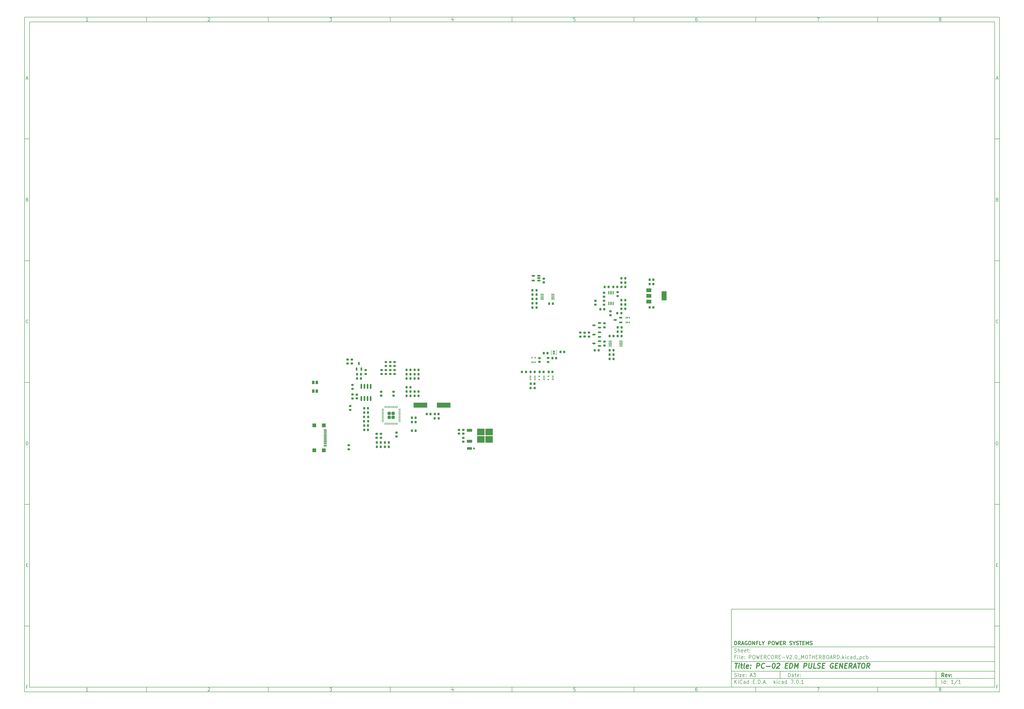
<source format=gbp>
G04 #@! TF.GenerationSoftware,KiCad,Pcbnew,7.0.1*
G04 #@! TF.CreationDate,2024-01-10T19:04:54-08:00*
G04 #@! TF.ProjectId,POWERCORE-V2.0_MOTHERBOARD,504f5745-5243-44f5-9245-2d56322e305f,rev?*
G04 #@! TF.SameCoordinates,PX791ddbePYb90347e*
G04 #@! TF.FileFunction,Paste,Bot*
G04 #@! TF.FilePolarity,Positive*
%FSLAX46Y46*%
G04 Gerber Fmt 4.6, Leading zero omitted, Abs format (unit mm)*
G04 Created by KiCad (PCBNEW 7.0.1) date 2024-01-10 19:04:54*
%MOMM*%
%LPD*%
G01*
G04 APERTURE LIST*
G04 Aperture macros list*
%AMRoundRect*
0 Rectangle with rounded corners*
0 $1 Rounding radius*
0 $2 $3 $4 $5 $6 $7 $8 $9 X,Y pos of 4 corners*
0 Add a 4 corners polygon primitive as box body*
4,1,4,$2,$3,$4,$5,$6,$7,$8,$9,$2,$3,0*
0 Add four circle primitives for the rounded corners*
1,1,$1+$1,$2,$3*
1,1,$1+$1,$4,$5*
1,1,$1+$1,$6,$7*
1,1,$1+$1,$8,$9*
0 Add four rect primitives between the rounded corners*
20,1,$1+$1,$2,$3,$4,$5,0*
20,1,$1+$1,$4,$5,$6,$7,0*
20,1,$1+$1,$6,$7,$8,$9,0*
20,1,$1+$1,$8,$9,$2,$3,0*%
G04 Aperture macros list end*
%ADD10C,0.100000*%
%ADD11C,0.150000*%
%ADD12C,0.300000*%
%ADD13C,0.400000*%
%ADD14RoundRect,0.200000X-0.275000X0.200000X-0.275000X-0.200000X0.275000X-0.200000X0.275000X0.200000X0*%
%ADD15RoundRect,0.225000X-0.250000X0.225000X-0.250000X-0.225000X0.250000X-0.225000X0.250000X0.225000X0*%
%ADD16RoundRect,0.200000X-0.200000X-0.275000X0.200000X-0.275000X0.200000X0.275000X-0.200000X0.275000X0*%
%ADD17RoundRect,0.225000X-0.225000X-0.250000X0.225000X-0.250000X0.225000X0.250000X-0.225000X0.250000X0*%
%ADD18R,0.400000X0.650000*%
%ADD19RoundRect,0.200000X0.275000X-0.200000X0.275000X0.200000X-0.275000X0.200000X-0.275000X-0.200000X0*%
%ADD20RoundRect,0.225000X0.225000X0.250000X-0.225000X0.250000X-0.225000X-0.250000X0.225000X-0.250000X0*%
%ADD21RoundRect,0.200000X0.200000X0.275000X-0.200000X0.275000X-0.200000X-0.275000X0.200000X-0.275000X0*%
%ADD22RoundRect,0.150000X0.150000X-0.512500X0.150000X0.512500X-0.150000X0.512500X-0.150000X-0.512500X0*%
%ADD23RoundRect,0.250000X-0.850000X-0.350000X0.850000X-0.350000X0.850000X0.350000X-0.850000X0.350000X0*%
%ADD24RoundRect,0.250000X-1.275000X-1.125000X1.275000X-1.125000X1.275000X1.125000X-1.275000X1.125000X0*%
%ADD25R,0.650000X0.400000*%
%ADD26RoundRect,0.225000X0.250000X-0.225000X0.250000X0.225000X-0.250000X0.225000X-0.250000X-0.225000X0*%
%ADD27RoundRect,0.249999X-0.395001X0.395001X-0.395001X-0.395001X0.395001X-0.395001X0.395001X0.395001X0*%
%ADD28RoundRect,0.050000X-0.050000X0.387500X-0.050000X-0.387500X0.050000X-0.387500X0.050000X0.387500X0*%
%ADD29RoundRect,0.050000X-0.387500X0.050000X-0.387500X-0.050000X0.387500X-0.050000X0.387500X0.050000X0*%
%ADD30RoundRect,0.150000X0.512500X0.150000X-0.512500X0.150000X-0.512500X-0.150000X0.512500X-0.150000X0*%
%ADD31R,1.450000X0.450000*%
%ADD32RoundRect,0.150000X-0.150000X0.825000X-0.150000X-0.825000X0.150000X-0.825000X0.150000X0.825000X0*%
%ADD33R,1.050000X1.400000*%
%ADD34R,2.000000X1.100000*%
%ADD35R,0.800000X0.800000*%
%ADD36R,0.750000X0.650000*%
%ADD37R,0.500000X0.250000*%
%ADD38R,2.000000X1.500000*%
%ADD39R,2.000000X3.800000*%
%ADD40R,5.600000X2.100000*%
%ADD41R,0.450000X1.450000*%
%ADD42R,1.150000X0.600000*%
%ADD43R,1.150000X0.300000*%
%ADD44R,1.500000X1.500000*%
G04 APERTURE END LIST*
D10*
D11*
X172989002Y-59002202D02*
X280989002Y-59002202D01*
X280989002Y-91002202D01*
X172989002Y-91002202D01*
X172989002Y-59002202D01*
D10*
D11*
X-116999998Y183999998D02*
X282989002Y183999998D01*
X282989002Y-93002202D01*
X-116999998Y-93002202D01*
X-116999998Y183999998D01*
D10*
D11*
X-114999998Y181999998D02*
X280989002Y181999998D01*
X280989002Y-91002202D01*
X-114999998Y-91002202D01*
X-114999998Y181999998D01*
D10*
D11*
X-66999998Y181999998D02*
X-66999998Y183999998D01*
D10*
D11*
X-16999998Y181999998D02*
X-16999998Y183999998D01*
D10*
D11*
X33000002Y181999998D02*
X33000002Y183999998D01*
D10*
D11*
X83000002Y181999998D02*
X83000002Y183999998D01*
D10*
D11*
X133000002Y181999998D02*
X133000002Y183999998D01*
D10*
D11*
X183000002Y181999998D02*
X183000002Y183999998D01*
D10*
D11*
X233000002Y181999998D02*
X233000002Y183999998D01*
D10*
D11*
X-91009522Y182398594D02*
X-91752379Y182398594D01*
X-91380951Y182398594D02*
X-91380951Y183698594D01*
X-91380951Y183698594D02*
X-91504760Y183512879D01*
X-91504760Y183512879D02*
X-91628570Y183389070D01*
X-91628570Y183389070D02*
X-91752379Y183327165D01*
D10*
D11*
X-41752379Y183574784D02*
X-41690475Y183636689D01*
X-41690475Y183636689D02*
X-41566665Y183698594D01*
X-41566665Y183698594D02*
X-41257141Y183698594D01*
X-41257141Y183698594D02*
X-41133332Y183636689D01*
X-41133332Y183636689D02*
X-41071427Y183574784D01*
X-41071427Y183574784D02*
X-41009522Y183450975D01*
X-41009522Y183450975D02*
X-41009522Y183327165D01*
X-41009522Y183327165D02*
X-41071427Y183141451D01*
X-41071427Y183141451D02*
X-41814284Y182398594D01*
X-41814284Y182398594D02*
X-41009522Y182398594D01*
D10*
D11*
X8185716Y183698594D02*
X8990478Y183698594D01*
X8990478Y183698594D02*
X8557144Y183203356D01*
X8557144Y183203356D02*
X8742859Y183203356D01*
X8742859Y183203356D02*
X8866668Y183141451D01*
X8866668Y183141451D02*
X8928573Y183079546D01*
X8928573Y183079546D02*
X8990478Y182955737D01*
X8990478Y182955737D02*
X8990478Y182646213D01*
X8990478Y182646213D02*
X8928573Y182522403D01*
X8928573Y182522403D02*
X8866668Y182460498D01*
X8866668Y182460498D02*
X8742859Y182398594D01*
X8742859Y182398594D02*
X8371430Y182398594D01*
X8371430Y182398594D02*
X8247621Y182460498D01*
X8247621Y182460498D02*
X8185716Y182522403D01*
D10*
D11*
X58866668Y183265260D02*
X58866668Y182398594D01*
X58557144Y183760498D02*
X58247621Y182831927D01*
X58247621Y182831927D02*
X59052382Y182831927D01*
D10*
D11*
X108928573Y183698594D02*
X108309525Y183698594D01*
X108309525Y183698594D02*
X108247621Y183079546D01*
X108247621Y183079546D02*
X108309525Y183141451D01*
X108309525Y183141451D02*
X108433335Y183203356D01*
X108433335Y183203356D02*
X108742859Y183203356D01*
X108742859Y183203356D02*
X108866668Y183141451D01*
X108866668Y183141451D02*
X108928573Y183079546D01*
X108928573Y183079546D02*
X108990478Y182955737D01*
X108990478Y182955737D02*
X108990478Y182646213D01*
X108990478Y182646213D02*
X108928573Y182522403D01*
X108928573Y182522403D02*
X108866668Y182460498D01*
X108866668Y182460498D02*
X108742859Y182398594D01*
X108742859Y182398594D02*
X108433335Y182398594D01*
X108433335Y182398594D02*
X108309525Y182460498D01*
X108309525Y182460498D02*
X108247621Y182522403D01*
D10*
D11*
X158866668Y183698594D02*
X158619049Y183698594D01*
X158619049Y183698594D02*
X158495240Y183636689D01*
X158495240Y183636689D02*
X158433335Y183574784D01*
X158433335Y183574784D02*
X158309525Y183389070D01*
X158309525Y183389070D02*
X158247621Y183141451D01*
X158247621Y183141451D02*
X158247621Y182646213D01*
X158247621Y182646213D02*
X158309525Y182522403D01*
X158309525Y182522403D02*
X158371430Y182460498D01*
X158371430Y182460498D02*
X158495240Y182398594D01*
X158495240Y182398594D02*
X158742859Y182398594D01*
X158742859Y182398594D02*
X158866668Y182460498D01*
X158866668Y182460498D02*
X158928573Y182522403D01*
X158928573Y182522403D02*
X158990478Y182646213D01*
X158990478Y182646213D02*
X158990478Y182955737D01*
X158990478Y182955737D02*
X158928573Y183079546D01*
X158928573Y183079546D02*
X158866668Y183141451D01*
X158866668Y183141451D02*
X158742859Y183203356D01*
X158742859Y183203356D02*
X158495240Y183203356D01*
X158495240Y183203356D02*
X158371430Y183141451D01*
X158371430Y183141451D02*
X158309525Y183079546D01*
X158309525Y183079546D02*
X158247621Y182955737D01*
D10*
D11*
X208185716Y183698594D02*
X209052382Y183698594D01*
X209052382Y183698594D02*
X208495240Y182398594D01*
D10*
D11*
X258495240Y183141451D02*
X258371430Y183203356D01*
X258371430Y183203356D02*
X258309525Y183265260D01*
X258309525Y183265260D02*
X258247621Y183389070D01*
X258247621Y183389070D02*
X258247621Y183450975D01*
X258247621Y183450975D02*
X258309525Y183574784D01*
X258309525Y183574784D02*
X258371430Y183636689D01*
X258371430Y183636689D02*
X258495240Y183698594D01*
X258495240Y183698594D02*
X258742859Y183698594D01*
X258742859Y183698594D02*
X258866668Y183636689D01*
X258866668Y183636689D02*
X258928573Y183574784D01*
X258928573Y183574784D02*
X258990478Y183450975D01*
X258990478Y183450975D02*
X258990478Y183389070D01*
X258990478Y183389070D02*
X258928573Y183265260D01*
X258928573Y183265260D02*
X258866668Y183203356D01*
X258866668Y183203356D02*
X258742859Y183141451D01*
X258742859Y183141451D02*
X258495240Y183141451D01*
X258495240Y183141451D02*
X258371430Y183079546D01*
X258371430Y183079546D02*
X258309525Y183017641D01*
X258309525Y183017641D02*
X258247621Y182893832D01*
X258247621Y182893832D02*
X258247621Y182646213D01*
X258247621Y182646213D02*
X258309525Y182522403D01*
X258309525Y182522403D02*
X258371430Y182460498D01*
X258371430Y182460498D02*
X258495240Y182398594D01*
X258495240Y182398594D02*
X258742859Y182398594D01*
X258742859Y182398594D02*
X258866668Y182460498D01*
X258866668Y182460498D02*
X258928573Y182522403D01*
X258928573Y182522403D02*
X258990478Y182646213D01*
X258990478Y182646213D02*
X258990478Y182893832D01*
X258990478Y182893832D02*
X258928573Y183017641D01*
X258928573Y183017641D02*
X258866668Y183079546D01*
X258866668Y183079546D02*
X258742859Y183141451D01*
D10*
D11*
X-66999998Y-91002202D02*
X-66999998Y-93002202D01*
D10*
D11*
X-16999998Y-91002202D02*
X-16999998Y-93002202D01*
D10*
D11*
X33000002Y-91002202D02*
X33000002Y-93002202D01*
D10*
D11*
X83000002Y-91002202D02*
X83000002Y-93002202D01*
D10*
D11*
X133000002Y-91002202D02*
X133000002Y-93002202D01*
D10*
D11*
X183000002Y-91002202D02*
X183000002Y-93002202D01*
D10*
D11*
X233000002Y-91002202D02*
X233000002Y-93002202D01*
D10*
D11*
X-91009522Y-92603606D02*
X-91752379Y-92603606D01*
X-91380951Y-92603606D02*
X-91380951Y-91303606D01*
X-91380951Y-91303606D02*
X-91504760Y-91489321D01*
X-91504760Y-91489321D02*
X-91628570Y-91613130D01*
X-91628570Y-91613130D02*
X-91752379Y-91675035D01*
D10*
D11*
X-41752379Y-91427416D02*
X-41690475Y-91365511D01*
X-41690475Y-91365511D02*
X-41566665Y-91303606D01*
X-41566665Y-91303606D02*
X-41257141Y-91303606D01*
X-41257141Y-91303606D02*
X-41133332Y-91365511D01*
X-41133332Y-91365511D02*
X-41071427Y-91427416D01*
X-41071427Y-91427416D02*
X-41009522Y-91551225D01*
X-41009522Y-91551225D02*
X-41009522Y-91675035D01*
X-41009522Y-91675035D02*
X-41071427Y-91860749D01*
X-41071427Y-91860749D02*
X-41814284Y-92603606D01*
X-41814284Y-92603606D02*
X-41009522Y-92603606D01*
D10*
D11*
X8185716Y-91303606D02*
X8990478Y-91303606D01*
X8990478Y-91303606D02*
X8557144Y-91798844D01*
X8557144Y-91798844D02*
X8742859Y-91798844D01*
X8742859Y-91798844D02*
X8866668Y-91860749D01*
X8866668Y-91860749D02*
X8928573Y-91922654D01*
X8928573Y-91922654D02*
X8990478Y-92046463D01*
X8990478Y-92046463D02*
X8990478Y-92355987D01*
X8990478Y-92355987D02*
X8928573Y-92479797D01*
X8928573Y-92479797D02*
X8866668Y-92541702D01*
X8866668Y-92541702D02*
X8742859Y-92603606D01*
X8742859Y-92603606D02*
X8371430Y-92603606D01*
X8371430Y-92603606D02*
X8247621Y-92541702D01*
X8247621Y-92541702D02*
X8185716Y-92479797D01*
D10*
D11*
X58866668Y-91736940D02*
X58866668Y-92603606D01*
X58557144Y-91241702D02*
X58247621Y-92170273D01*
X58247621Y-92170273D02*
X59052382Y-92170273D01*
D10*
D11*
X108928573Y-91303606D02*
X108309525Y-91303606D01*
X108309525Y-91303606D02*
X108247621Y-91922654D01*
X108247621Y-91922654D02*
X108309525Y-91860749D01*
X108309525Y-91860749D02*
X108433335Y-91798844D01*
X108433335Y-91798844D02*
X108742859Y-91798844D01*
X108742859Y-91798844D02*
X108866668Y-91860749D01*
X108866668Y-91860749D02*
X108928573Y-91922654D01*
X108928573Y-91922654D02*
X108990478Y-92046463D01*
X108990478Y-92046463D02*
X108990478Y-92355987D01*
X108990478Y-92355987D02*
X108928573Y-92479797D01*
X108928573Y-92479797D02*
X108866668Y-92541702D01*
X108866668Y-92541702D02*
X108742859Y-92603606D01*
X108742859Y-92603606D02*
X108433335Y-92603606D01*
X108433335Y-92603606D02*
X108309525Y-92541702D01*
X108309525Y-92541702D02*
X108247621Y-92479797D01*
D10*
D11*
X158866668Y-91303606D02*
X158619049Y-91303606D01*
X158619049Y-91303606D02*
X158495240Y-91365511D01*
X158495240Y-91365511D02*
X158433335Y-91427416D01*
X158433335Y-91427416D02*
X158309525Y-91613130D01*
X158309525Y-91613130D02*
X158247621Y-91860749D01*
X158247621Y-91860749D02*
X158247621Y-92355987D01*
X158247621Y-92355987D02*
X158309525Y-92479797D01*
X158309525Y-92479797D02*
X158371430Y-92541702D01*
X158371430Y-92541702D02*
X158495240Y-92603606D01*
X158495240Y-92603606D02*
X158742859Y-92603606D01*
X158742859Y-92603606D02*
X158866668Y-92541702D01*
X158866668Y-92541702D02*
X158928573Y-92479797D01*
X158928573Y-92479797D02*
X158990478Y-92355987D01*
X158990478Y-92355987D02*
X158990478Y-92046463D01*
X158990478Y-92046463D02*
X158928573Y-91922654D01*
X158928573Y-91922654D02*
X158866668Y-91860749D01*
X158866668Y-91860749D02*
X158742859Y-91798844D01*
X158742859Y-91798844D02*
X158495240Y-91798844D01*
X158495240Y-91798844D02*
X158371430Y-91860749D01*
X158371430Y-91860749D02*
X158309525Y-91922654D01*
X158309525Y-91922654D02*
X158247621Y-92046463D01*
D10*
D11*
X208185716Y-91303606D02*
X209052382Y-91303606D01*
X209052382Y-91303606D02*
X208495240Y-92603606D01*
D10*
D11*
X258495240Y-91860749D02*
X258371430Y-91798844D01*
X258371430Y-91798844D02*
X258309525Y-91736940D01*
X258309525Y-91736940D02*
X258247621Y-91613130D01*
X258247621Y-91613130D02*
X258247621Y-91551225D01*
X258247621Y-91551225D02*
X258309525Y-91427416D01*
X258309525Y-91427416D02*
X258371430Y-91365511D01*
X258371430Y-91365511D02*
X258495240Y-91303606D01*
X258495240Y-91303606D02*
X258742859Y-91303606D01*
X258742859Y-91303606D02*
X258866668Y-91365511D01*
X258866668Y-91365511D02*
X258928573Y-91427416D01*
X258928573Y-91427416D02*
X258990478Y-91551225D01*
X258990478Y-91551225D02*
X258990478Y-91613130D01*
X258990478Y-91613130D02*
X258928573Y-91736940D01*
X258928573Y-91736940D02*
X258866668Y-91798844D01*
X258866668Y-91798844D02*
X258742859Y-91860749D01*
X258742859Y-91860749D02*
X258495240Y-91860749D01*
X258495240Y-91860749D02*
X258371430Y-91922654D01*
X258371430Y-91922654D02*
X258309525Y-91984559D01*
X258309525Y-91984559D02*
X258247621Y-92108368D01*
X258247621Y-92108368D02*
X258247621Y-92355987D01*
X258247621Y-92355987D02*
X258309525Y-92479797D01*
X258309525Y-92479797D02*
X258371430Y-92541702D01*
X258371430Y-92541702D02*
X258495240Y-92603606D01*
X258495240Y-92603606D02*
X258742859Y-92603606D01*
X258742859Y-92603606D02*
X258866668Y-92541702D01*
X258866668Y-92541702D02*
X258928573Y-92479797D01*
X258928573Y-92479797D02*
X258990478Y-92355987D01*
X258990478Y-92355987D02*
X258990478Y-92108368D01*
X258990478Y-92108368D02*
X258928573Y-91984559D01*
X258928573Y-91984559D02*
X258866668Y-91922654D01*
X258866668Y-91922654D02*
X258742859Y-91860749D01*
D10*
D11*
X-116999998Y133999998D02*
X-114999998Y133999998D01*
D10*
D11*
X-116999998Y83999998D02*
X-114999998Y83999998D01*
D10*
D11*
X-116999998Y33999998D02*
X-114999998Y33999998D01*
D10*
D11*
X-116999998Y-16000002D02*
X-114999998Y-16000002D01*
D10*
D11*
X-116999998Y-66000002D02*
X-114999998Y-66000002D01*
D10*
D11*
X-116309522Y158770022D02*
X-115690475Y158770022D01*
X-116433332Y158398594D02*
X-115999999Y159698594D01*
X-115999999Y159698594D02*
X-115566665Y158398594D01*
D10*
D11*
X-115907141Y109079546D02*
X-115721427Y109017641D01*
X-115721427Y109017641D02*
X-115659522Y108955737D01*
X-115659522Y108955737D02*
X-115597618Y108831927D01*
X-115597618Y108831927D02*
X-115597618Y108646213D01*
X-115597618Y108646213D02*
X-115659522Y108522403D01*
X-115659522Y108522403D02*
X-115721427Y108460498D01*
X-115721427Y108460498D02*
X-115845237Y108398594D01*
X-115845237Y108398594D02*
X-116340475Y108398594D01*
X-116340475Y108398594D02*
X-116340475Y109698594D01*
X-116340475Y109698594D02*
X-115907141Y109698594D01*
X-115907141Y109698594D02*
X-115783332Y109636689D01*
X-115783332Y109636689D02*
X-115721427Y109574784D01*
X-115721427Y109574784D02*
X-115659522Y109450975D01*
X-115659522Y109450975D02*
X-115659522Y109327165D01*
X-115659522Y109327165D02*
X-115721427Y109203356D01*
X-115721427Y109203356D02*
X-115783332Y109141451D01*
X-115783332Y109141451D02*
X-115907141Y109079546D01*
X-115907141Y109079546D02*
X-116340475Y109079546D01*
D10*
D11*
X-115597618Y58522403D02*
X-115659522Y58460498D01*
X-115659522Y58460498D02*
X-115845237Y58398594D01*
X-115845237Y58398594D02*
X-115969046Y58398594D01*
X-115969046Y58398594D02*
X-116154760Y58460498D01*
X-116154760Y58460498D02*
X-116278570Y58584308D01*
X-116278570Y58584308D02*
X-116340475Y58708118D01*
X-116340475Y58708118D02*
X-116402379Y58955737D01*
X-116402379Y58955737D02*
X-116402379Y59141451D01*
X-116402379Y59141451D02*
X-116340475Y59389070D01*
X-116340475Y59389070D02*
X-116278570Y59512879D01*
X-116278570Y59512879D02*
X-116154760Y59636689D01*
X-116154760Y59636689D02*
X-115969046Y59698594D01*
X-115969046Y59698594D02*
X-115845237Y59698594D01*
X-115845237Y59698594D02*
X-115659522Y59636689D01*
X-115659522Y59636689D02*
X-115597618Y59574784D01*
D10*
D11*
X-116340475Y8398594D02*
X-116340475Y9698594D01*
X-116340475Y9698594D02*
X-116030951Y9698594D01*
X-116030951Y9698594D02*
X-115845237Y9636689D01*
X-115845237Y9636689D02*
X-115721427Y9512879D01*
X-115721427Y9512879D02*
X-115659522Y9389070D01*
X-115659522Y9389070D02*
X-115597618Y9141451D01*
X-115597618Y9141451D02*
X-115597618Y8955737D01*
X-115597618Y8955737D02*
X-115659522Y8708118D01*
X-115659522Y8708118D02*
X-115721427Y8584308D01*
X-115721427Y8584308D02*
X-115845237Y8460498D01*
X-115845237Y8460498D02*
X-116030951Y8398594D01*
X-116030951Y8398594D02*
X-116340475Y8398594D01*
D10*
D11*
X-116278570Y-40920454D02*
X-115845236Y-40920454D01*
X-115659522Y-41601406D02*
X-116278570Y-41601406D01*
X-116278570Y-41601406D02*
X-116278570Y-40301406D01*
X-116278570Y-40301406D02*
X-115659522Y-40301406D01*
D10*
D11*
X-115814284Y-90920454D02*
X-116247618Y-90920454D01*
X-116247618Y-91601406D02*
X-116247618Y-90301406D01*
X-116247618Y-90301406D02*
X-115628570Y-90301406D01*
D10*
D11*
X282989002Y133999998D02*
X280989002Y133999998D01*
D10*
D11*
X282989002Y83999998D02*
X280989002Y83999998D01*
D10*
D11*
X282989002Y33999998D02*
X280989002Y33999998D01*
D10*
D11*
X282989002Y-16000002D02*
X280989002Y-16000002D01*
D10*
D11*
X282989002Y-66000002D02*
X280989002Y-66000002D01*
D10*
D11*
X281679478Y158770022D02*
X282298525Y158770022D01*
X281555668Y158398594D02*
X281989001Y159698594D01*
X281989001Y159698594D02*
X282422335Y158398594D01*
D10*
D11*
X282081859Y109079546D02*
X282267573Y109017641D01*
X282267573Y109017641D02*
X282329478Y108955737D01*
X282329478Y108955737D02*
X282391382Y108831927D01*
X282391382Y108831927D02*
X282391382Y108646213D01*
X282391382Y108646213D02*
X282329478Y108522403D01*
X282329478Y108522403D02*
X282267573Y108460498D01*
X282267573Y108460498D02*
X282143763Y108398594D01*
X282143763Y108398594D02*
X281648525Y108398594D01*
X281648525Y108398594D02*
X281648525Y109698594D01*
X281648525Y109698594D02*
X282081859Y109698594D01*
X282081859Y109698594D02*
X282205668Y109636689D01*
X282205668Y109636689D02*
X282267573Y109574784D01*
X282267573Y109574784D02*
X282329478Y109450975D01*
X282329478Y109450975D02*
X282329478Y109327165D01*
X282329478Y109327165D02*
X282267573Y109203356D01*
X282267573Y109203356D02*
X282205668Y109141451D01*
X282205668Y109141451D02*
X282081859Y109079546D01*
X282081859Y109079546D02*
X281648525Y109079546D01*
D10*
D11*
X282391382Y58522403D02*
X282329478Y58460498D01*
X282329478Y58460498D02*
X282143763Y58398594D01*
X282143763Y58398594D02*
X282019954Y58398594D01*
X282019954Y58398594D02*
X281834240Y58460498D01*
X281834240Y58460498D02*
X281710430Y58584308D01*
X281710430Y58584308D02*
X281648525Y58708118D01*
X281648525Y58708118D02*
X281586621Y58955737D01*
X281586621Y58955737D02*
X281586621Y59141451D01*
X281586621Y59141451D02*
X281648525Y59389070D01*
X281648525Y59389070D02*
X281710430Y59512879D01*
X281710430Y59512879D02*
X281834240Y59636689D01*
X281834240Y59636689D02*
X282019954Y59698594D01*
X282019954Y59698594D02*
X282143763Y59698594D01*
X282143763Y59698594D02*
X282329478Y59636689D01*
X282329478Y59636689D02*
X282391382Y59574784D01*
D10*
D11*
X281648525Y8398594D02*
X281648525Y9698594D01*
X281648525Y9698594D02*
X281958049Y9698594D01*
X281958049Y9698594D02*
X282143763Y9636689D01*
X282143763Y9636689D02*
X282267573Y9512879D01*
X282267573Y9512879D02*
X282329478Y9389070D01*
X282329478Y9389070D02*
X282391382Y9141451D01*
X282391382Y9141451D02*
X282391382Y8955737D01*
X282391382Y8955737D02*
X282329478Y8708118D01*
X282329478Y8708118D02*
X282267573Y8584308D01*
X282267573Y8584308D02*
X282143763Y8460498D01*
X282143763Y8460498D02*
X281958049Y8398594D01*
X281958049Y8398594D02*
X281648525Y8398594D01*
D10*
D11*
X281710430Y-40920454D02*
X282143764Y-40920454D01*
X282329478Y-41601406D02*
X281710430Y-41601406D01*
X281710430Y-41601406D02*
X281710430Y-40301406D01*
X281710430Y-40301406D02*
X282329478Y-40301406D01*
D10*
D11*
X282174716Y-90920454D02*
X281741382Y-90920454D01*
X281741382Y-91601406D02*
X281741382Y-90301406D01*
X281741382Y-90301406D02*
X282360430Y-90301406D01*
D10*
D11*
X196346144Y-86796130D02*
X196346144Y-85296130D01*
X196346144Y-85296130D02*
X196703287Y-85296130D01*
X196703287Y-85296130D02*
X196917573Y-85367559D01*
X196917573Y-85367559D02*
X197060430Y-85510416D01*
X197060430Y-85510416D02*
X197131859Y-85653273D01*
X197131859Y-85653273D02*
X197203287Y-85938987D01*
X197203287Y-85938987D02*
X197203287Y-86153273D01*
X197203287Y-86153273D02*
X197131859Y-86438987D01*
X197131859Y-86438987D02*
X197060430Y-86581844D01*
X197060430Y-86581844D02*
X196917573Y-86724702D01*
X196917573Y-86724702D02*
X196703287Y-86796130D01*
X196703287Y-86796130D02*
X196346144Y-86796130D01*
X198489002Y-86796130D02*
X198489002Y-86010416D01*
X198489002Y-86010416D02*
X198417573Y-85867559D01*
X198417573Y-85867559D02*
X198274716Y-85796130D01*
X198274716Y-85796130D02*
X197989002Y-85796130D01*
X197989002Y-85796130D02*
X197846144Y-85867559D01*
X198489002Y-86724702D02*
X198346144Y-86796130D01*
X198346144Y-86796130D02*
X197989002Y-86796130D01*
X197989002Y-86796130D02*
X197846144Y-86724702D01*
X197846144Y-86724702D02*
X197774716Y-86581844D01*
X197774716Y-86581844D02*
X197774716Y-86438987D01*
X197774716Y-86438987D02*
X197846144Y-86296130D01*
X197846144Y-86296130D02*
X197989002Y-86224702D01*
X197989002Y-86224702D02*
X198346144Y-86224702D01*
X198346144Y-86224702D02*
X198489002Y-86153273D01*
X198989002Y-85796130D02*
X199560430Y-85796130D01*
X199203287Y-85296130D02*
X199203287Y-86581844D01*
X199203287Y-86581844D02*
X199274716Y-86724702D01*
X199274716Y-86724702D02*
X199417573Y-86796130D01*
X199417573Y-86796130D02*
X199560430Y-86796130D01*
X200631859Y-86724702D02*
X200489002Y-86796130D01*
X200489002Y-86796130D02*
X200203288Y-86796130D01*
X200203288Y-86796130D02*
X200060430Y-86724702D01*
X200060430Y-86724702D02*
X199989002Y-86581844D01*
X199989002Y-86581844D02*
X199989002Y-86010416D01*
X199989002Y-86010416D02*
X200060430Y-85867559D01*
X200060430Y-85867559D02*
X200203288Y-85796130D01*
X200203288Y-85796130D02*
X200489002Y-85796130D01*
X200489002Y-85796130D02*
X200631859Y-85867559D01*
X200631859Y-85867559D02*
X200703288Y-86010416D01*
X200703288Y-86010416D02*
X200703288Y-86153273D01*
X200703288Y-86153273D02*
X199989002Y-86296130D01*
X201346144Y-86653273D02*
X201417573Y-86724702D01*
X201417573Y-86724702D02*
X201346144Y-86796130D01*
X201346144Y-86796130D02*
X201274716Y-86724702D01*
X201274716Y-86724702D02*
X201346144Y-86653273D01*
X201346144Y-86653273D02*
X201346144Y-86796130D01*
X201346144Y-85867559D02*
X201417573Y-85938987D01*
X201417573Y-85938987D02*
X201346144Y-86010416D01*
X201346144Y-86010416D02*
X201274716Y-85938987D01*
X201274716Y-85938987D02*
X201346144Y-85867559D01*
X201346144Y-85867559D02*
X201346144Y-86010416D01*
D10*
D11*
X172989002Y-87502202D02*
X280989002Y-87502202D01*
D10*
D11*
X174346144Y-89596130D02*
X174346144Y-88096130D01*
X175203287Y-89596130D02*
X174560430Y-88738987D01*
X175203287Y-88096130D02*
X174346144Y-88953273D01*
X175846144Y-89596130D02*
X175846144Y-88596130D01*
X175846144Y-88096130D02*
X175774716Y-88167559D01*
X175774716Y-88167559D02*
X175846144Y-88238987D01*
X175846144Y-88238987D02*
X175917573Y-88167559D01*
X175917573Y-88167559D02*
X175846144Y-88096130D01*
X175846144Y-88096130D02*
X175846144Y-88238987D01*
X177417573Y-89453273D02*
X177346145Y-89524702D01*
X177346145Y-89524702D02*
X177131859Y-89596130D01*
X177131859Y-89596130D02*
X176989002Y-89596130D01*
X176989002Y-89596130D02*
X176774716Y-89524702D01*
X176774716Y-89524702D02*
X176631859Y-89381844D01*
X176631859Y-89381844D02*
X176560430Y-89238987D01*
X176560430Y-89238987D02*
X176489002Y-88953273D01*
X176489002Y-88953273D02*
X176489002Y-88738987D01*
X176489002Y-88738987D02*
X176560430Y-88453273D01*
X176560430Y-88453273D02*
X176631859Y-88310416D01*
X176631859Y-88310416D02*
X176774716Y-88167559D01*
X176774716Y-88167559D02*
X176989002Y-88096130D01*
X176989002Y-88096130D02*
X177131859Y-88096130D01*
X177131859Y-88096130D02*
X177346145Y-88167559D01*
X177346145Y-88167559D02*
X177417573Y-88238987D01*
X178703288Y-89596130D02*
X178703288Y-88810416D01*
X178703288Y-88810416D02*
X178631859Y-88667559D01*
X178631859Y-88667559D02*
X178489002Y-88596130D01*
X178489002Y-88596130D02*
X178203288Y-88596130D01*
X178203288Y-88596130D02*
X178060430Y-88667559D01*
X178703288Y-89524702D02*
X178560430Y-89596130D01*
X178560430Y-89596130D02*
X178203288Y-89596130D01*
X178203288Y-89596130D02*
X178060430Y-89524702D01*
X178060430Y-89524702D02*
X177989002Y-89381844D01*
X177989002Y-89381844D02*
X177989002Y-89238987D01*
X177989002Y-89238987D02*
X178060430Y-89096130D01*
X178060430Y-89096130D02*
X178203288Y-89024702D01*
X178203288Y-89024702D02*
X178560430Y-89024702D01*
X178560430Y-89024702D02*
X178703288Y-88953273D01*
X180060431Y-89596130D02*
X180060431Y-88096130D01*
X180060431Y-89524702D02*
X179917573Y-89596130D01*
X179917573Y-89596130D02*
X179631859Y-89596130D01*
X179631859Y-89596130D02*
X179489002Y-89524702D01*
X179489002Y-89524702D02*
X179417573Y-89453273D01*
X179417573Y-89453273D02*
X179346145Y-89310416D01*
X179346145Y-89310416D02*
X179346145Y-88881844D01*
X179346145Y-88881844D02*
X179417573Y-88738987D01*
X179417573Y-88738987D02*
X179489002Y-88667559D01*
X179489002Y-88667559D02*
X179631859Y-88596130D01*
X179631859Y-88596130D02*
X179917573Y-88596130D01*
X179917573Y-88596130D02*
X180060431Y-88667559D01*
X181917573Y-88810416D02*
X182417573Y-88810416D01*
X182631859Y-89596130D02*
X181917573Y-89596130D01*
X181917573Y-89596130D02*
X181917573Y-88096130D01*
X181917573Y-88096130D02*
X182631859Y-88096130D01*
X183274716Y-89453273D02*
X183346145Y-89524702D01*
X183346145Y-89524702D02*
X183274716Y-89596130D01*
X183274716Y-89596130D02*
X183203288Y-89524702D01*
X183203288Y-89524702D02*
X183274716Y-89453273D01*
X183274716Y-89453273D02*
X183274716Y-89596130D01*
X183989002Y-89596130D02*
X183989002Y-88096130D01*
X183989002Y-88096130D02*
X184346145Y-88096130D01*
X184346145Y-88096130D02*
X184560431Y-88167559D01*
X184560431Y-88167559D02*
X184703288Y-88310416D01*
X184703288Y-88310416D02*
X184774717Y-88453273D01*
X184774717Y-88453273D02*
X184846145Y-88738987D01*
X184846145Y-88738987D02*
X184846145Y-88953273D01*
X184846145Y-88953273D02*
X184774717Y-89238987D01*
X184774717Y-89238987D02*
X184703288Y-89381844D01*
X184703288Y-89381844D02*
X184560431Y-89524702D01*
X184560431Y-89524702D02*
X184346145Y-89596130D01*
X184346145Y-89596130D02*
X183989002Y-89596130D01*
X185489002Y-89453273D02*
X185560431Y-89524702D01*
X185560431Y-89524702D02*
X185489002Y-89596130D01*
X185489002Y-89596130D02*
X185417574Y-89524702D01*
X185417574Y-89524702D02*
X185489002Y-89453273D01*
X185489002Y-89453273D02*
X185489002Y-89596130D01*
X186131860Y-89167559D02*
X186846146Y-89167559D01*
X185989003Y-89596130D02*
X186489003Y-88096130D01*
X186489003Y-88096130D02*
X186989003Y-89596130D01*
X187489002Y-89453273D02*
X187560431Y-89524702D01*
X187560431Y-89524702D02*
X187489002Y-89596130D01*
X187489002Y-89596130D02*
X187417574Y-89524702D01*
X187417574Y-89524702D02*
X187489002Y-89453273D01*
X187489002Y-89453273D02*
X187489002Y-89596130D01*
X190489002Y-89596130D02*
X190489002Y-88096130D01*
X190631860Y-89024702D02*
X191060431Y-89596130D01*
X191060431Y-88596130D02*
X190489002Y-89167559D01*
X191703288Y-89596130D02*
X191703288Y-88596130D01*
X191703288Y-88096130D02*
X191631860Y-88167559D01*
X191631860Y-88167559D02*
X191703288Y-88238987D01*
X191703288Y-88238987D02*
X191774717Y-88167559D01*
X191774717Y-88167559D02*
X191703288Y-88096130D01*
X191703288Y-88096130D02*
X191703288Y-88238987D01*
X193060432Y-89524702D02*
X192917574Y-89596130D01*
X192917574Y-89596130D02*
X192631860Y-89596130D01*
X192631860Y-89596130D02*
X192489003Y-89524702D01*
X192489003Y-89524702D02*
X192417574Y-89453273D01*
X192417574Y-89453273D02*
X192346146Y-89310416D01*
X192346146Y-89310416D02*
X192346146Y-88881844D01*
X192346146Y-88881844D02*
X192417574Y-88738987D01*
X192417574Y-88738987D02*
X192489003Y-88667559D01*
X192489003Y-88667559D02*
X192631860Y-88596130D01*
X192631860Y-88596130D02*
X192917574Y-88596130D01*
X192917574Y-88596130D02*
X193060432Y-88667559D01*
X194346146Y-89596130D02*
X194346146Y-88810416D01*
X194346146Y-88810416D02*
X194274717Y-88667559D01*
X194274717Y-88667559D02*
X194131860Y-88596130D01*
X194131860Y-88596130D02*
X193846146Y-88596130D01*
X193846146Y-88596130D02*
X193703288Y-88667559D01*
X194346146Y-89524702D02*
X194203288Y-89596130D01*
X194203288Y-89596130D02*
X193846146Y-89596130D01*
X193846146Y-89596130D02*
X193703288Y-89524702D01*
X193703288Y-89524702D02*
X193631860Y-89381844D01*
X193631860Y-89381844D02*
X193631860Y-89238987D01*
X193631860Y-89238987D02*
X193703288Y-89096130D01*
X193703288Y-89096130D02*
X193846146Y-89024702D01*
X193846146Y-89024702D02*
X194203288Y-89024702D01*
X194203288Y-89024702D02*
X194346146Y-88953273D01*
X195703289Y-89596130D02*
X195703289Y-88096130D01*
X195703289Y-89524702D02*
X195560431Y-89596130D01*
X195560431Y-89596130D02*
X195274717Y-89596130D01*
X195274717Y-89596130D02*
X195131860Y-89524702D01*
X195131860Y-89524702D02*
X195060431Y-89453273D01*
X195060431Y-89453273D02*
X194989003Y-89310416D01*
X194989003Y-89310416D02*
X194989003Y-88881844D01*
X194989003Y-88881844D02*
X195060431Y-88738987D01*
X195060431Y-88738987D02*
X195131860Y-88667559D01*
X195131860Y-88667559D02*
X195274717Y-88596130D01*
X195274717Y-88596130D02*
X195560431Y-88596130D01*
X195560431Y-88596130D02*
X195703289Y-88667559D01*
X197417574Y-88096130D02*
X198417574Y-88096130D01*
X198417574Y-88096130D02*
X197774717Y-89596130D01*
X198989002Y-89453273D02*
X199060431Y-89524702D01*
X199060431Y-89524702D02*
X198989002Y-89596130D01*
X198989002Y-89596130D02*
X198917574Y-89524702D01*
X198917574Y-89524702D02*
X198989002Y-89453273D01*
X198989002Y-89453273D02*
X198989002Y-89596130D01*
X199989003Y-88096130D02*
X200131860Y-88096130D01*
X200131860Y-88096130D02*
X200274717Y-88167559D01*
X200274717Y-88167559D02*
X200346146Y-88238987D01*
X200346146Y-88238987D02*
X200417574Y-88381844D01*
X200417574Y-88381844D02*
X200489003Y-88667559D01*
X200489003Y-88667559D02*
X200489003Y-89024702D01*
X200489003Y-89024702D02*
X200417574Y-89310416D01*
X200417574Y-89310416D02*
X200346146Y-89453273D01*
X200346146Y-89453273D02*
X200274717Y-89524702D01*
X200274717Y-89524702D02*
X200131860Y-89596130D01*
X200131860Y-89596130D02*
X199989003Y-89596130D01*
X199989003Y-89596130D02*
X199846146Y-89524702D01*
X199846146Y-89524702D02*
X199774717Y-89453273D01*
X199774717Y-89453273D02*
X199703288Y-89310416D01*
X199703288Y-89310416D02*
X199631860Y-89024702D01*
X199631860Y-89024702D02*
X199631860Y-88667559D01*
X199631860Y-88667559D02*
X199703288Y-88381844D01*
X199703288Y-88381844D02*
X199774717Y-88238987D01*
X199774717Y-88238987D02*
X199846146Y-88167559D01*
X199846146Y-88167559D02*
X199989003Y-88096130D01*
X201131859Y-89453273D02*
X201203288Y-89524702D01*
X201203288Y-89524702D02*
X201131859Y-89596130D01*
X201131859Y-89596130D02*
X201060431Y-89524702D01*
X201060431Y-89524702D02*
X201131859Y-89453273D01*
X201131859Y-89453273D02*
X201131859Y-89596130D01*
X202631860Y-89596130D02*
X201774717Y-89596130D01*
X202203288Y-89596130D02*
X202203288Y-88096130D01*
X202203288Y-88096130D02*
X202060431Y-88310416D01*
X202060431Y-88310416D02*
X201917574Y-88453273D01*
X201917574Y-88453273D02*
X201774717Y-88524702D01*
D10*
D11*
X172989002Y-84502202D02*
X280989002Y-84502202D01*
D10*
D12*
X260203287Y-86796130D02*
X259703287Y-86081844D01*
X259346144Y-86796130D02*
X259346144Y-85296130D01*
X259346144Y-85296130D02*
X259917573Y-85296130D01*
X259917573Y-85296130D02*
X260060430Y-85367559D01*
X260060430Y-85367559D02*
X260131859Y-85438987D01*
X260131859Y-85438987D02*
X260203287Y-85581844D01*
X260203287Y-85581844D02*
X260203287Y-85796130D01*
X260203287Y-85796130D02*
X260131859Y-85938987D01*
X260131859Y-85938987D02*
X260060430Y-86010416D01*
X260060430Y-86010416D02*
X259917573Y-86081844D01*
X259917573Y-86081844D02*
X259346144Y-86081844D01*
X261417573Y-86724702D02*
X261274716Y-86796130D01*
X261274716Y-86796130D02*
X260989002Y-86796130D01*
X260989002Y-86796130D02*
X260846144Y-86724702D01*
X260846144Y-86724702D02*
X260774716Y-86581844D01*
X260774716Y-86581844D02*
X260774716Y-86010416D01*
X260774716Y-86010416D02*
X260846144Y-85867559D01*
X260846144Y-85867559D02*
X260989002Y-85796130D01*
X260989002Y-85796130D02*
X261274716Y-85796130D01*
X261274716Y-85796130D02*
X261417573Y-85867559D01*
X261417573Y-85867559D02*
X261489002Y-86010416D01*
X261489002Y-86010416D02*
X261489002Y-86153273D01*
X261489002Y-86153273D02*
X260774716Y-86296130D01*
X261989001Y-85796130D02*
X262346144Y-86796130D01*
X262346144Y-86796130D02*
X262703287Y-85796130D01*
X263274715Y-86653273D02*
X263346144Y-86724702D01*
X263346144Y-86724702D02*
X263274715Y-86796130D01*
X263274715Y-86796130D02*
X263203287Y-86724702D01*
X263203287Y-86724702D02*
X263274715Y-86653273D01*
X263274715Y-86653273D02*
X263274715Y-86796130D01*
X263274715Y-85867559D02*
X263346144Y-85938987D01*
X263346144Y-85938987D02*
X263274715Y-86010416D01*
X263274715Y-86010416D02*
X263203287Y-85938987D01*
X263203287Y-85938987D02*
X263274715Y-85867559D01*
X263274715Y-85867559D02*
X263274715Y-86010416D01*
D10*
D11*
X174274716Y-86724702D02*
X174489002Y-86796130D01*
X174489002Y-86796130D02*
X174846144Y-86796130D01*
X174846144Y-86796130D02*
X174989002Y-86724702D01*
X174989002Y-86724702D02*
X175060430Y-86653273D01*
X175060430Y-86653273D02*
X175131859Y-86510416D01*
X175131859Y-86510416D02*
X175131859Y-86367559D01*
X175131859Y-86367559D02*
X175060430Y-86224702D01*
X175060430Y-86224702D02*
X174989002Y-86153273D01*
X174989002Y-86153273D02*
X174846144Y-86081844D01*
X174846144Y-86081844D02*
X174560430Y-86010416D01*
X174560430Y-86010416D02*
X174417573Y-85938987D01*
X174417573Y-85938987D02*
X174346144Y-85867559D01*
X174346144Y-85867559D02*
X174274716Y-85724702D01*
X174274716Y-85724702D02*
X174274716Y-85581844D01*
X174274716Y-85581844D02*
X174346144Y-85438987D01*
X174346144Y-85438987D02*
X174417573Y-85367559D01*
X174417573Y-85367559D02*
X174560430Y-85296130D01*
X174560430Y-85296130D02*
X174917573Y-85296130D01*
X174917573Y-85296130D02*
X175131859Y-85367559D01*
X175774715Y-86796130D02*
X175774715Y-85796130D01*
X175774715Y-85296130D02*
X175703287Y-85367559D01*
X175703287Y-85367559D02*
X175774715Y-85438987D01*
X175774715Y-85438987D02*
X175846144Y-85367559D01*
X175846144Y-85367559D02*
X175774715Y-85296130D01*
X175774715Y-85296130D02*
X175774715Y-85438987D01*
X176346144Y-85796130D02*
X177131859Y-85796130D01*
X177131859Y-85796130D02*
X176346144Y-86796130D01*
X176346144Y-86796130D02*
X177131859Y-86796130D01*
X178274716Y-86724702D02*
X178131859Y-86796130D01*
X178131859Y-86796130D02*
X177846145Y-86796130D01*
X177846145Y-86796130D02*
X177703287Y-86724702D01*
X177703287Y-86724702D02*
X177631859Y-86581844D01*
X177631859Y-86581844D02*
X177631859Y-86010416D01*
X177631859Y-86010416D02*
X177703287Y-85867559D01*
X177703287Y-85867559D02*
X177846145Y-85796130D01*
X177846145Y-85796130D02*
X178131859Y-85796130D01*
X178131859Y-85796130D02*
X178274716Y-85867559D01*
X178274716Y-85867559D02*
X178346145Y-86010416D01*
X178346145Y-86010416D02*
X178346145Y-86153273D01*
X178346145Y-86153273D02*
X177631859Y-86296130D01*
X178989001Y-86653273D02*
X179060430Y-86724702D01*
X179060430Y-86724702D02*
X178989001Y-86796130D01*
X178989001Y-86796130D02*
X178917573Y-86724702D01*
X178917573Y-86724702D02*
X178989001Y-86653273D01*
X178989001Y-86653273D02*
X178989001Y-86796130D01*
X178989001Y-85867559D02*
X179060430Y-85938987D01*
X179060430Y-85938987D02*
X178989001Y-86010416D01*
X178989001Y-86010416D02*
X178917573Y-85938987D01*
X178917573Y-85938987D02*
X178989001Y-85867559D01*
X178989001Y-85867559D02*
X178989001Y-86010416D01*
X180774716Y-86367559D02*
X181489002Y-86367559D01*
X180631859Y-86796130D02*
X181131859Y-85296130D01*
X181131859Y-85296130D02*
X181631859Y-86796130D01*
X181989001Y-85296130D02*
X182917573Y-85296130D01*
X182917573Y-85296130D02*
X182417573Y-85867559D01*
X182417573Y-85867559D02*
X182631858Y-85867559D01*
X182631858Y-85867559D02*
X182774716Y-85938987D01*
X182774716Y-85938987D02*
X182846144Y-86010416D01*
X182846144Y-86010416D02*
X182917573Y-86153273D01*
X182917573Y-86153273D02*
X182917573Y-86510416D01*
X182917573Y-86510416D02*
X182846144Y-86653273D01*
X182846144Y-86653273D02*
X182774716Y-86724702D01*
X182774716Y-86724702D02*
X182631858Y-86796130D01*
X182631858Y-86796130D02*
X182203287Y-86796130D01*
X182203287Y-86796130D02*
X182060430Y-86724702D01*
X182060430Y-86724702D02*
X181989001Y-86653273D01*
D10*
D11*
X259346144Y-89596130D02*
X259346144Y-88096130D01*
X260703288Y-89596130D02*
X260703288Y-88096130D01*
X260703288Y-89524702D02*
X260560430Y-89596130D01*
X260560430Y-89596130D02*
X260274716Y-89596130D01*
X260274716Y-89596130D02*
X260131859Y-89524702D01*
X260131859Y-89524702D02*
X260060430Y-89453273D01*
X260060430Y-89453273D02*
X259989002Y-89310416D01*
X259989002Y-89310416D02*
X259989002Y-88881844D01*
X259989002Y-88881844D02*
X260060430Y-88738987D01*
X260060430Y-88738987D02*
X260131859Y-88667559D01*
X260131859Y-88667559D02*
X260274716Y-88596130D01*
X260274716Y-88596130D02*
X260560430Y-88596130D01*
X260560430Y-88596130D02*
X260703288Y-88667559D01*
X261417573Y-89453273D02*
X261489002Y-89524702D01*
X261489002Y-89524702D02*
X261417573Y-89596130D01*
X261417573Y-89596130D02*
X261346145Y-89524702D01*
X261346145Y-89524702D02*
X261417573Y-89453273D01*
X261417573Y-89453273D02*
X261417573Y-89596130D01*
X261417573Y-88667559D02*
X261489002Y-88738987D01*
X261489002Y-88738987D02*
X261417573Y-88810416D01*
X261417573Y-88810416D02*
X261346145Y-88738987D01*
X261346145Y-88738987D02*
X261417573Y-88667559D01*
X261417573Y-88667559D02*
X261417573Y-88810416D01*
X264060431Y-89596130D02*
X263203288Y-89596130D01*
X263631859Y-89596130D02*
X263631859Y-88096130D01*
X263631859Y-88096130D02*
X263489002Y-88310416D01*
X263489002Y-88310416D02*
X263346145Y-88453273D01*
X263346145Y-88453273D02*
X263203288Y-88524702D01*
X265774716Y-88024702D02*
X264489002Y-89953273D01*
X267060431Y-89596130D02*
X266203288Y-89596130D01*
X266631859Y-89596130D02*
X266631859Y-88096130D01*
X266631859Y-88096130D02*
X266489002Y-88310416D01*
X266489002Y-88310416D02*
X266346145Y-88453273D01*
X266346145Y-88453273D02*
X266203288Y-88524702D01*
D10*
D11*
X172989002Y-80502202D02*
X280989002Y-80502202D01*
D10*
D13*
X174417573Y-81227440D02*
X175560430Y-81227440D01*
X174739002Y-83227440D02*
X174989002Y-81227440D01*
X175965192Y-83227440D02*
X176131859Y-81894106D01*
X176215192Y-81227440D02*
X176108049Y-81322678D01*
X176108049Y-81322678D02*
X176191383Y-81417916D01*
X176191383Y-81417916D02*
X176298526Y-81322678D01*
X176298526Y-81322678D02*
X176215192Y-81227440D01*
X176215192Y-81227440D02*
X176191383Y-81417916D01*
X176786621Y-81894106D02*
X177548525Y-81894106D01*
X177155668Y-81227440D02*
X176941383Y-82941725D01*
X176941383Y-82941725D02*
X177012811Y-83132202D01*
X177012811Y-83132202D02*
X177191383Y-83227440D01*
X177191383Y-83227440D02*
X177381859Y-83227440D01*
X178322335Y-83227440D02*
X178143763Y-83132202D01*
X178143763Y-83132202D02*
X178072335Y-82941725D01*
X178072335Y-82941725D02*
X178286620Y-81227440D01*
X179846144Y-83132202D02*
X179643763Y-83227440D01*
X179643763Y-83227440D02*
X179262810Y-83227440D01*
X179262810Y-83227440D02*
X179084239Y-83132202D01*
X179084239Y-83132202D02*
X179012810Y-82941725D01*
X179012810Y-82941725D02*
X179108049Y-82179821D01*
X179108049Y-82179821D02*
X179227096Y-81989344D01*
X179227096Y-81989344D02*
X179429477Y-81894106D01*
X179429477Y-81894106D02*
X179810429Y-81894106D01*
X179810429Y-81894106D02*
X179989001Y-81989344D01*
X179989001Y-81989344D02*
X180060429Y-82179821D01*
X180060429Y-82179821D02*
X180036620Y-82370297D01*
X180036620Y-82370297D02*
X179060429Y-82560773D01*
X180798525Y-83036963D02*
X180881858Y-83132202D01*
X180881858Y-83132202D02*
X180774715Y-83227440D01*
X180774715Y-83227440D02*
X180691382Y-83132202D01*
X180691382Y-83132202D02*
X180798525Y-83036963D01*
X180798525Y-83036963D02*
X180774715Y-83227440D01*
X180929477Y-81989344D02*
X181012810Y-82084582D01*
X181012810Y-82084582D02*
X180905668Y-82179821D01*
X180905668Y-82179821D02*
X180822334Y-82084582D01*
X180822334Y-82084582D02*
X180929477Y-81989344D01*
X180929477Y-81989344D02*
X180905668Y-82179821D01*
X183239001Y-83227440D02*
X183489001Y-81227440D01*
X183489001Y-81227440D02*
X184250906Y-81227440D01*
X184250906Y-81227440D02*
X184429477Y-81322678D01*
X184429477Y-81322678D02*
X184512811Y-81417916D01*
X184512811Y-81417916D02*
X184584239Y-81608392D01*
X184584239Y-81608392D02*
X184548525Y-81894106D01*
X184548525Y-81894106D02*
X184429477Y-82084582D01*
X184429477Y-82084582D02*
X184322335Y-82179821D01*
X184322335Y-82179821D02*
X184119954Y-82275059D01*
X184119954Y-82275059D02*
X183358049Y-82275059D01*
X186393763Y-83036963D02*
X186286620Y-83132202D01*
X186286620Y-83132202D02*
X185989001Y-83227440D01*
X185989001Y-83227440D02*
X185798525Y-83227440D01*
X185798525Y-83227440D02*
X185524715Y-83132202D01*
X185524715Y-83132202D02*
X185358049Y-82941725D01*
X185358049Y-82941725D02*
X185286620Y-82751249D01*
X185286620Y-82751249D02*
X185239001Y-82370297D01*
X185239001Y-82370297D02*
X185274715Y-82084582D01*
X185274715Y-82084582D02*
X185417572Y-81703630D01*
X185417572Y-81703630D02*
X185536620Y-81513154D01*
X185536620Y-81513154D02*
X185750906Y-81322678D01*
X185750906Y-81322678D02*
X186048525Y-81227440D01*
X186048525Y-81227440D02*
X186239001Y-81227440D01*
X186239001Y-81227440D02*
X186512811Y-81322678D01*
X186512811Y-81322678D02*
X186596144Y-81417916D01*
X187310429Y-82465535D02*
X188834239Y-82465535D01*
X190322334Y-81227440D02*
X190512810Y-81227440D01*
X190512810Y-81227440D02*
X190691381Y-81322678D01*
X190691381Y-81322678D02*
X190774715Y-81417916D01*
X190774715Y-81417916D02*
X190846143Y-81608392D01*
X190846143Y-81608392D02*
X190893762Y-81989344D01*
X190893762Y-81989344D02*
X190834238Y-82465535D01*
X190834238Y-82465535D02*
X190691381Y-82846487D01*
X190691381Y-82846487D02*
X190572334Y-83036963D01*
X190572334Y-83036963D02*
X190465191Y-83132202D01*
X190465191Y-83132202D02*
X190262810Y-83227440D01*
X190262810Y-83227440D02*
X190072334Y-83227440D01*
X190072334Y-83227440D02*
X189893762Y-83132202D01*
X189893762Y-83132202D02*
X189810429Y-83036963D01*
X189810429Y-83036963D02*
X189739000Y-82846487D01*
X189739000Y-82846487D02*
X189691381Y-82465535D01*
X189691381Y-82465535D02*
X189750905Y-81989344D01*
X189750905Y-81989344D02*
X189893762Y-81608392D01*
X189893762Y-81608392D02*
X190012810Y-81417916D01*
X190012810Y-81417916D02*
X190119953Y-81322678D01*
X190119953Y-81322678D02*
X190322334Y-81227440D01*
X191715191Y-81417916D02*
X191822333Y-81322678D01*
X191822333Y-81322678D02*
X192024714Y-81227440D01*
X192024714Y-81227440D02*
X192500905Y-81227440D01*
X192500905Y-81227440D02*
X192679476Y-81322678D01*
X192679476Y-81322678D02*
X192762810Y-81417916D01*
X192762810Y-81417916D02*
X192834238Y-81608392D01*
X192834238Y-81608392D02*
X192810429Y-81798868D01*
X192810429Y-81798868D02*
X192679476Y-82084582D01*
X192679476Y-82084582D02*
X191393762Y-83227440D01*
X191393762Y-83227440D02*
X192631857Y-83227440D01*
X195131858Y-82179821D02*
X195798524Y-82179821D01*
X195953286Y-83227440D02*
X195000905Y-83227440D01*
X195000905Y-83227440D02*
X195250905Y-81227440D01*
X195250905Y-81227440D02*
X196203286Y-81227440D01*
X196798524Y-83227440D02*
X197048524Y-81227440D01*
X197048524Y-81227440D02*
X197524715Y-81227440D01*
X197524715Y-81227440D02*
X197798524Y-81322678D01*
X197798524Y-81322678D02*
X197965191Y-81513154D01*
X197965191Y-81513154D02*
X198036619Y-81703630D01*
X198036619Y-81703630D02*
X198084239Y-82084582D01*
X198084239Y-82084582D02*
X198048524Y-82370297D01*
X198048524Y-82370297D02*
X197905667Y-82751249D01*
X197905667Y-82751249D02*
X197786619Y-82941725D01*
X197786619Y-82941725D02*
X197572334Y-83132202D01*
X197572334Y-83132202D02*
X197274715Y-83227440D01*
X197274715Y-83227440D02*
X196798524Y-83227440D01*
X198786619Y-83227440D02*
X199036619Y-81227440D01*
X199036619Y-81227440D02*
X199524714Y-82656011D01*
X199524714Y-82656011D02*
X200369953Y-81227440D01*
X200369953Y-81227440D02*
X200119953Y-83227440D01*
X202584239Y-83227440D02*
X202834239Y-81227440D01*
X202834239Y-81227440D02*
X203596144Y-81227440D01*
X203596144Y-81227440D02*
X203774715Y-81322678D01*
X203774715Y-81322678D02*
X203858049Y-81417916D01*
X203858049Y-81417916D02*
X203929477Y-81608392D01*
X203929477Y-81608392D02*
X203893763Y-81894106D01*
X203893763Y-81894106D02*
X203774715Y-82084582D01*
X203774715Y-82084582D02*
X203667573Y-82179821D01*
X203667573Y-82179821D02*
X203465192Y-82275059D01*
X203465192Y-82275059D02*
X202703287Y-82275059D01*
X204822334Y-81227440D02*
X204619953Y-82846487D01*
X204619953Y-82846487D02*
X204691382Y-83036963D01*
X204691382Y-83036963D02*
X204774715Y-83132202D01*
X204774715Y-83132202D02*
X204953287Y-83227440D01*
X204953287Y-83227440D02*
X205334239Y-83227440D01*
X205334239Y-83227440D02*
X205536620Y-83132202D01*
X205536620Y-83132202D02*
X205643763Y-83036963D01*
X205643763Y-83036963D02*
X205762810Y-82846487D01*
X205762810Y-82846487D02*
X205965191Y-81227440D01*
X207608048Y-83227440D02*
X206655667Y-83227440D01*
X206655667Y-83227440D02*
X206905667Y-81227440D01*
X208179477Y-83132202D02*
X208453286Y-83227440D01*
X208453286Y-83227440D02*
X208929477Y-83227440D01*
X208929477Y-83227440D02*
X209131858Y-83132202D01*
X209131858Y-83132202D02*
X209239001Y-83036963D01*
X209239001Y-83036963D02*
X209358048Y-82846487D01*
X209358048Y-82846487D02*
X209381858Y-82656011D01*
X209381858Y-82656011D02*
X209310429Y-82465535D01*
X209310429Y-82465535D02*
X209227096Y-82370297D01*
X209227096Y-82370297D02*
X209048525Y-82275059D01*
X209048525Y-82275059D02*
X208679477Y-82179821D01*
X208679477Y-82179821D02*
X208500905Y-82084582D01*
X208500905Y-82084582D02*
X208417572Y-81989344D01*
X208417572Y-81989344D02*
X208346144Y-81798868D01*
X208346144Y-81798868D02*
X208369953Y-81608392D01*
X208369953Y-81608392D02*
X208489001Y-81417916D01*
X208489001Y-81417916D02*
X208596144Y-81322678D01*
X208596144Y-81322678D02*
X208798525Y-81227440D01*
X208798525Y-81227440D02*
X209274715Y-81227440D01*
X209274715Y-81227440D02*
X209548525Y-81322678D01*
X210286620Y-82179821D02*
X210953286Y-82179821D01*
X211108048Y-83227440D02*
X210155667Y-83227440D01*
X210155667Y-83227440D02*
X210405667Y-81227440D01*
X210405667Y-81227440D02*
X211358048Y-81227440D01*
X214762811Y-81322678D02*
X214584239Y-81227440D01*
X214584239Y-81227440D02*
X214298525Y-81227440D01*
X214298525Y-81227440D02*
X214000906Y-81322678D01*
X214000906Y-81322678D02*
X213786620Y-81513154D01*
X213786620Y-81513154D02*
X213667572Y-81703630D01*
X213667572Y-81703630D02*
X213524715Y-82084582D01*
X213524715Y-82084582D02*
X213489001Y-82370297D01*
X213489001Y-82370297D02*
X213536620Y-82751249D01*
X213536620Y-82751249D02*
X213608049Y-82941725D01*
X213608049Y-82941725D02*
X213774715Y-83132202D01*
X213774715Y-83132202D02*
X214048525Y-83227440D01*
X214048525Y-83227440D02*
X214239001Y-83227440D01*
X214239001Y-83227440D02*
X214536620Y-83132202D01*
X214536620Y-83132202D02*
X214643763Y-83036963D01*
X214643763Y-83036963D02*
X214727096Y-82370297D01*
X214727096Y-82370297D02*
X214346144Y-82370297D01*
X215596144Y-82179821D02*
X216262810Y-82179821D01*
X216417572Y-83227440D02*
X215465191Y-83227440D01*
X215465191Y-83227440D02*
X215715191Y-81227440D01*
X215715191Y-81227440D02*
X216667572Y-81227440D01*
X217262810Y-83227440D02*
X217512810Y-81227440D01*
X217512810Y-81227440D02*
X218405667Y-83227440D01*
X218405667Y-83227440D02*
X218655667Y-81227440D01*
X219477096Y-82179821D02*
X220143762Y-82179821D01*
X220298524Y-83227440D02*
X219346143Y-83227440D01*
X219346143Y-83227440D02*
X219596143Y-81227440D01*
X219596143Y-81227440D02*
X220548524Y-81227440D01*
X222286619Y-83227440D02*
X221739000Y-82275059D01*
X221143762Y-83227440D02*
X221393762Y-81227440D01*
X221393762Y-81227440D02*
X222155667Y-81227440D01*
X222155667Y-81227440D02*
X222334238Y-81322678D01*
X222334238Y-81322678D02*
X222417572Y-81417916D01*
X222417572Y-81417916D02*
X222489000Y-81608392D01*
X222489000Y-81608392D02*
X222453286Y-81894106D01*
X222453286Y-81894106D02*
X222334238Y-82084582D01*
X222334238Y-82084582D02*
X222227096Y-82179821D01*
X222227096Y-82179821D02*
X222024715Y-82275059D01*
X222024715Y-82275059D02*
X221262810Y-82275059D01*
X223108048Y-82656011D02*
X224060429Y-82656011D01*
X222846143Y-83227440D02*
X223762810Y-81227440D01*
X223762810Y-81227440D02*
X224179476Y-83227440D01*
X224798524Y-81227440D02*
X225941381Y-81227440D01*
X225119953Y-83227440D02*
X225369953Y-81227440D01*
X226977096Y-81227440D02*
X227358048Y-81227440D01*
X227358048Y-81227440D02*
X227536619Y-81322678D01*
X227536619Y-81322678D02*
X227703286Y-81513154D01*
X227703286Y-81513154D02*
X227750905Y-81894106D01*
X227750905Y-81894106D02*
X227667572Y-82560773D01*
X227667572Y-82560773D02*
X227524715Y-82941725D01*
X227524715Y-82941725D02*
X227310429Y-83132202D01*
X227310429Y-83132202D02*
X227108048Y-83227440D01*
X227108048Y-83227440D02*
X226727096Y-83227440D01*
X226727096Y-83227440D02*
X226548524Y-83132202D01*
X226548524Y-83132202D02*
X226381858Y-82941725D01*
X226381858Y-82941725D02*
X226334238Y-82560773D01*
X226334238Y-82560773D02*
X226417572Y-81894106D01*
X226417572Y-81894106D02*
X226560429Y-81513154D01*
X226560429Y-81513154D02*
X226774715Y-81322678D01*
X226774715Y-81322678D02*
X226977096Y-81227440D01*
X229572333Y-83227440D02*
X229024714Y-82275059D01*
X228429476Y-83227440D02*
X228679476Y-81227440D01*
X228679476Y-81227440D02*
X229441381Y-81227440D01*
X229441381Y-81227440D02*
X229619952Y-81322678D01*
X229619952Y-81322678D02*
X229703286Y-81417916D01*
X229703286Y-81417916D02*
X229774714Y-81608392D01*
X229774714Y-81608392D02*
X229739000Y-81894106D01*
X229739000Y-81894106D02*
X229619952Y-82084582D01*
X229619952Y-82084582D02*
X229512810Y-82179821D01*
X229512810Y-82179821D02*
X229310429Y-82275059D01*
X229310429Y-82275059D02*
X228548524Y-82275059D01*
D10*
D11*
X174846144Y-78610416D02*
X174346144Y-78610416D01*
X174346144Y-79396130D02*
X174346144Y-77896130D01*
X174346144Y-77896130D02*
X175060430Y-77896130D01*
X175631858Y-79396130D02*
X175631858Y-78396130D01*
X175631858Y-77896130D02*
X175560430Y-77967559D01*
X175560430Y-77967559D02*
X175631858Y-78038987D01*
X175631858Y-78038987D02*
X175703287Y-77967559D01*
X175703287Y-77967559D02*
X175631858Y-77896130D01*
X175631858Y-77896130D02*
X175631858Y-78038987D01*
X176560430Y-79396130D02*
X176417573Y-79324702D01*
X176417573Y-79324702D02*
X176346144Y-79181844D01*
X176346144Y-79181844D02*
X176346144Y-77896130D01*
X177703287Y-79324702D02*
X177560430Y-79396130D01*
X177560430Y-79396130D02*
X177274716Y-79396130D01*
X177274716Y-79396130D02*
X177131858Y-79324702D01*
X177131858Y-79324702D02*
X177060430Y-79181844D01*
X177060430Y-79181844D02*
X177060430Y-78610416D01*
X177060430Y-78610416D02*
X177131858Y-78467559D01*
X177131858Y-78467559D02*
X177274716Y-78396130D01*
X177274716Y-78396130D02*
X177560430Y-78396130D01*
X177560430Y-78396130D02*
X177703287Y-78467559D01*
X177703287Y-78467559D02*
X177774716Y-78610416D01*
X177774716Y-78610416D02*
X177774716Y-78753273D01*
X177774716Y-78753273D02*
X177060430Y-78896130D01*
X178417572Y-79253273D02*
X178489001Y-79324702D01*
X178489001Y-79324702D02*
X178417572Y-79396130D01*
X178417572Y-79396130D02*
X178346144Y-79324702D01*
X178346144Y-79324702D02*
X178417572Y-79253273D01*
X178417572Y-79253273D02*
X178417572Y-79396130D01*
X178417572Y-78467559D02*
X178489001Y-78538987D01*
X178489001Y-78538987D02*
X178417572Y-78610416D01*
X178417572Y-78610416D02*
X178346144Y-78538987D01*
X178346144Y-78538987D02*
X178417572Y-78467559D01*
X178417572Y-78467559D02*
X178417572Y-78610416D01*
X180274715Y-79396130D02*
X180274715Y-77896130D01*
X180274715Y-77896130D02*
X180846144Y-77896130D01*
X180846144Y-77896130D02*
X180989001Y-77967559D01*
X180989001Y-77967559D02*
X181060430Y-78038987D01*
X181060430Y-78038987D02*
X181131858Y-78181844D01*
X181131858Y-78181844D02*
X181131858Y-78396130D01*
X181131858Y-78396130D02*
X181060430Y-78538987D01*
X181060430Y-78538987D02*
X180989001Y-78610416D01*
X180989001Y-78610416D02*
X180846144Y-78681844D01*
X180846144Y-78681844D02*
X180274715Y-78681844D01*
X182060430Y-77896130D02*
X182346144Y-77896130D01*
X182346144Y-77896130D02*
X182489001Y-77967559D01*
X182489001Y-77967559D02*
X182631858Y-78110416D01*
X182631858Y-78110416D02*
X182703287Y-78396130D01*
X182703287Y-78396130D02*
X182703287Y-78896130D01*
X182703287Y-78896130D02*
X182631858Y-79181844D01*
X182631858Y-79181844D02*
X182489001Y-79324702D01*
X182489001Y-79324702D02*
X182346144Y-79396130D01*
X182346144Y-79396130D02*
X182060430Y-79396130D01*
X182060430Y-79396130D02*
X181917573Y-79324702D01*
X181917573Y-79324702D02*
X181774715Y-79181844D01*
X181774715Y-79181844D02*
X181703287Y-78896130D01*
X181703287Y-78896130D02*
X181703287Y-78396130D01*
X181703287Y-78396130D02*
X181774715Y-78110416D01*
X181774715Y-78110416D02*
X181917573Y-77967559D01*
X181917573Y-77967559D02*
X182060430Y-77896130D01*
X183203287Y-77896130D02*
X183560430Y-79396130D01*
X183560430Y-79396130D02*
X183846144Y-78324702D01*
X183846144Y-78324702D02*
X184131859Y-79396130D01*
X184131859Y-79396130D02*
X184489002Y-77896130D01*
X185060430Y-78610416D02*
X185560430Y-78610416D01*
X185774716Y-79396130D02*
X185060430Y-79396130D01*
X185060430Y-79396130D02*
X185060430Y-77896130D01*
X185060430Y-77896130D02*
X185774716Y-77896130D01*
X187274716Y-79396130D02*
X186774716Y-78681844D01*
X186417573Y-79396130D02*
X186417573Y-77896130D01*
X186417573Y-77896130D02*
X186989002Y-77896130D01*
X186989002Y-77896130D02*
X187131859Y-77967559D01*
X187131859Y-77967559D02*
X187203288Y-78038987D01*
X187203288Y-78038987D02*
X187274716Y-78181844D01*
X187274716Y-78181844D02*
X187274716Y-78396130D01*
X187274716Y-78396130D02*
X187203288Y-78538987D01*
X187203288Y-78538987D02*
X187131859Y-78610416D01*
X187131859Y-78610416D02*
X186989002Y-78681844D01*
X186989002Y-78681844D02*
X186417573Y-78681844D01*
X188774716Y-79253273D02*
X188703288Y-79324702D01*
X188703288Y-79324702D02*
X188489002Y-79396130D01*
X188489002Y-79396130D02*
X188346145Y-79396130D01*
X188346145Y-79396130D02*
X188131859Y-79324702D01*
X188131859Y-79324702D02*
X187989002Y-79181844D01*
X187989002Y-79181844D02*
X187917573Y-79038987D01*
X187917573Y-79038987D02*
X187846145Y-78753273D01*
X187846145Y-78753273D02*
X187846145Y-78538987D01*
X187846145Y-78538987D02*
X187917573Y-78253273D01*
X187917573Y-78253273D02*
X187989002Y-78110416D01*
X187989002Y-78110416D02*
X188131859Y-77967559D01*
X188131859Y-77967559D02*
X188346145Y-77896130D01*
X188346145Y-77896130D02*
X188489002Y-77896130D01*
X188489002Y-77896130D02*
X188703288Y-77967559D01*
X188703288Y-77967559D02*
X188774716Y-78038987D01*
X189703288Y-77896130D02*
X189989002Y-77896130D01*
X189989002Y-77896130D02*
X190131859Y-77967559D01*
X190131859Y-77967559D02*
X190274716Y-78110416D01*
X190274716Y-78110416D02*
X190346145Y-78396130D01*
X190346145Y-78396130D02*
X190346145Y-78896130D01*
X190346145Y-78896130D02*
X190274716Y-79181844D01*
X190274716Y-79181844D02*
X190131859Y-79324702D01*
X190131859Y-79324702D02*
X189989002Y-79396130D01*
X189989002Y-79396130D02*
X189703288Y-79396130D01*
X189703288Y-79396130D02*
X189560431Y-79324702D01*
X189560431Y-79324702D02*
X189417573Y-79181844D01*
X189417573Y-79181844D02*
X189346145Y-78896130D01*
X189346145Y-78896130D02*
X189346145Y-78396130D01*
X189346145Y-78396130D02*
X189417573Y-78110416D01*
X189417573Y-78110416D02*
X189560431Y-77967559D01*
X189560431Y-77967559D02*
X189703288Y-77896130D01*
X191846145Y-79396130D02*
X191346145Y-78681844D01*
X190989002Y-79396130D02*
X190989002Y-77896130D01*
X190989002Y-77896130D02*
X191560431Y-77896130D01*
X191560431Y-77896130D02*
X191703288Y-77967559D01*
X191703288Y-77967559D02*
X191774717Y-78038987D01*
X191774717Y-78038987D02*
X191846145Y-78181844D01*
X191846145Y-78181844D02*
X191846145Y-78396130D01*
X191846145Y-78396130D02*
X191774717Y-78538987D01*
X191774717Y-78538987D02*
X191703288Y-78610416D01*
X191703288Y-78610416D02*
X191560431Y-78681844D01*
X191560431Y-78681844D02*
X190989002Y-78681844D01*
X192489002Y-78610416D02*
X192989002Y-78610416D01*
X193203288Y-79396130D02*
X192489002Y-79396130D01*
X192489002Y-79396130D02*
X192489002Y-77896130D01*
X192489002Y-77896130D02*
X193203288Y-77896130D01*
X193846145Y-78824702D02*
X194989003Y-78824702D01*
X195489003Y-77896130D02*
X195989003Y-79396130D01*
X195989003Y-79396130D02*
X196489003Y-77896130D01*
X196917574Y-78038987D02*
X196989002Y-77967559D01*
X196989002Y-77967559D02*
X197131860Y-77896130D01*
X197131860Y-77896130D02*
X197489002Y-77896130D01*
X197489002Y-77896130D02*
X197631860Y-77967559D01*
X197631860Y-77967559D02*
X197703288Y-78038987D01*
X197703288Y-78038987D02*
X197774717Y-78181844D01*
X197774717Y-78181844D02*
X197774717Y-78324702D01*
X197774717Y-78324702D02*
X197703288Y-78538987D01*
X197703288Y-78538987D02*
X196846145Y-79396130D01*
X196846145Y-79396130D02*
X197774717Y-79396130D01*
X198417573Y-79253273D02*
X198489002Y-79324702D01*
X198489002Y-79324702D02*
X198417573Y-79396130D01*
X198417573Y-79396130D02*
X198346145Y-79324702D01*
X198346145Y-79324702D02*
X198417573Y-79253273D01*
X198417573Y-79253273D02*
X198417573Y-79396130D01*
X199417574Y-77896130D02*
X199560431Y-77896130D01*
X199560431Y-77896130D02*
X199703288Y-77967559D01*
X199703288Y-77967559D02*
X199774717Y-78038987D01*
X199774717Y-78038987D02*
X199846145Y-78181844D01*
X199846145Y-78181844D02*
X199917574Y-78467559D01*
X199917574Y-78467559D02*
X199917574Y-78824702D01*
X199917574Y-78824702D02*
X199846145Y-79110416D01*
X199846145Y-79110416D02*
X199774717Y-79253273D01*
X199774717Y-79253273D02*
X199703288Y-79324702D01*
X199703288Y-79324702D02*
X199560431Y-79396130D01*
X199560431Y-79396130D02*
X199417574Y-79396130D01*
X199417574Y-79396130D02*
X199274717Y-79324702D01*
X199274717Y-79324702D02*
X199203288Y-79253273D01*
X199203288Y-79253273D02*
X199131859Y-79110416D01*
X199131859Y-79110416D02*
X199060431Y-78824702D01*
X199060431Y-78824702D02*
X199060431Y-78467559D01*
X199060431Y-78467559D02*
X199131859Y-78181844D01*
X199131859Y-78181844D02*
X199203288Y-78038987D01*
X199203288Y-78038987D02*
X199274717Y-77967559D01*
X199274717Y-77967559D02*
X199417574Y-77896130D01*
X200203288Y-79538987D02*
X201346145Y-79538987D01*
X201703287Y-79396130D02*
X201703287Y-77896130D01*
X201703287Y-77896130D02*
X202203287Y-78967559D01*
X202203287Y-78967559D02*
X202703287Y-77896130D01*
X202703287Y-77896130D02*
X202703287Y-79396130D01*
X203703288Y-77896130D02*
X203989002Y-77896130D01*
X203989002Y-77896130D02*
X204131859Y-77967559D01*
X204131859Y-77967559D02*
X204274716Y-78110416D01*
X204274716Y-78110416D02*
X204346145Y-78396130D01*
X204346145Y-78396130D02*
X204346145Y-78896130D01*
X204346145Y-78896130D02*
X204274716Y-79181844D01*
X204274716Y-79181844D02*
X204131859Y-79324702D01*
X204131859Y-79324702D02*
X203989002Y-79396130D01*
X203989002Y-79396130D02*
X203703288Y-79396130D01*
X203703288Y-79396130D02*
X203560431Y-79324702D01*
X203560431Y-79324702D02*
X203417573Y-79181844D01*
X203417573Y-79181844D02*
X203346145Y-78896130D01*
X203346145Y-78896130D02*
X203346145Y-78396130D01*
X203346145Y-78396130D02*
X203417573Y-78110416D01*
X203417573Y-78110416D02*
X203560431Y-77967559D01*
X203560431Y-77967559D02*
X203703288Y-77896130D01*
X204774717Y-77896130D02*
X205631860Y-77896130D01*
X205203288Y-79396130D02*
X205203288Y-77896130D01*
X206131859Y-79396130D02*
X206131859Y-77896130D01*
X206131859Y-78610416D02*
X206989002Y-78610416D01*
X206989002Y-79396130D02*
X206989002Y-77896130D01*
X207703288Y-78610416D02*
X208203288Y-78610416D01*
X208417574Y-79396130D02*
X207703288Y-79396130D01*
X207703288Y-79396130D02*
X207703288Y-77896130D01*
X207703288Y-77896130D02*
X208417574Y-77896130D01*
X209917574Y-79396130D02*
X209417574Y-78681844D01*
X209060431Y-79396130D02*
X209060431Y-77896130D01*
X209060431Y-77896130D02*
X209631860Y-77896130D01*
X209631860Y-77896130D02*
X209774717Y-77967559D01*
X209774717Y-77967559D02*
X209846146Y-78038987D01*
X209846146Y-78038987D02*
X209917574Y-78181844D01*
X209917574Y-78181844D02*
X209917574Y-78396130D01*
X209917574Y-78396130D02*
X209846146Y-78538987D01*
X209846146Y-78538987D02*
X209774717Y-78610416D01*
X209774717Y-78610416D02*
X209631860Y-78681844D01*
X209631860Y-78681844D02*
X209060431Y-78681844D01*
X211060431Y-78610416D02*
X211274717Y-78681844D01*
X211274717Y-78681844D02*
X211346146Y-78753273D01*
X211346146Y-78753273D02*
X211417574Y-78896130D01*
X211417574Y-78896130D02*
X211417574Y-79110416D01*
X211417574Y-79110416D02*
X211346146Y-79253273D01*
X211346146Y-79253273D02*
X211274717Y-79324702D01*
X211274717Y-79324702D02*
X211131860Y-79396130D01*
X211131860Y-79396130D02*
X210560431Y-79396130D01*
X210560431Y-79396130D02*
X210560431Y-77896130D01*
X210560431Y-77896130D02*
X211060431Y-77896130D01*
X211060431Y-77896130D02*
X211203289Y-77967559D01*
X211203289Y-77967559D02*
X211274717Y-78038987D01*
X211274717Y-78038987D02*
X211346146Y-78181844D01*
X211346146Y-78181844D02*
X211346146Y-78324702D01*
X211346146Y-78324702D02*
X211274717Y-78467559D01*
X211274717Y-78467559D02*
X211203289Y-78538987D01*
X211203289Y-78538987D02*
X211060431Y-78610416D01*
X211060431Y-78610416D02*
X210560431Y-78610416D01*
X212346146Y-77896130D02*
X212631860Y-77896130D01*
X212631860Y-77896130D02*
X212774717Y-77967559D01*
X212774717Y-77967559D02*
X212917574Y-78110416D01*
X212917574Y-78110416D02*
X212989003Y-78396130D01*
X212989003Y-78396130D02*
X212989003Y-78896130D01*
X212989003Y-78896130D02*
X212917574Y-79181844D01*
X212917574Y-79181844D02*
X212774717Y-79324702D01*
X212774717Y-79324702D02*
X212631860Y-79396130D01*
X212631860Y-79396130D02*
X212346146Y-79396130D01*
X212346146Y-79396130D02*
X212203289Y-79324702D01*
X212203289Y-79324702D02*
X212060431Y-79181844D01*
X212060431Y-79181844D02*
X211989003Y-78896130D01*
X211989003Y-78896130D02*
X211989003Y-78396130D01*
X211989003Y-78396130D02*
X212060431Y-78110416D01*
X212060431Y-78110416D02*
X212203289Y-77967559D01*
X212203289Y-77967559D02*
X212346146Y-77896130D01*
X213560432Y-78967559D02*
X214274718Y-78967559D01*
X213417575Y-79396130D02*
X213917575Y-77896130D01*
X213917575Y-77896130D02*
X214417575Y-79396130D01*
X215774717Y-79396130D02*
X215274717Y-78681844D01*
X214917574Y-79396130D02*
X214917574Y-77896130D01*
X214917574Y-77896130D02*
X215489003Y-77896130D01*
X215489003Y-77896130D02*
X215631860Y-77967559D01*
X215631860Y-77967559D02*
X215703289Y-78038987D01*
X215703289Y-78038987D02*
X215774717Y-78181844D01*
X215774717Y-78181844D02*
X215774717Y-78396130D01*
X215774717Y-78396130D02*
X215703289Y-78538987D01*
X215703289Y-78538987D02*
X215631860Y-78610416D01*
X215631860Y-78610416D02*
X215489003Y-78681844D01*
X215489003Y-78681844D02*
X214917574Y-78681844D01*
X216417574Y-79396130D02*
X216417574Y-77896130D01*
X216417574Y-77896130D02*
X216774717Y-77896130D01*
X216774717Y-77896130D02*
X216989003Y-77967559D01*
X216989003Y-77967559D02*
X217131860Y-78110416D01*
X217131860Y-78110416D02*
X217203289Y-78253273D01*
X217203289Y-78253273D02*
X217274717Y-78538987D01*
X217274717Y-78538987D02*
X217274717Y-78753273D01*
X217274717Y-78753273D02*
X217203289Y-79038987D01*
X217203289Y-79038987D02*
X217131860Y-79181844D01*
X217131860Y-79181844D02*
X216989003Y-79324702D01*
X216989003Y-79324702D02*
X216774717Y-79396130D01*
X216774717Y-79396130D02*
X216417574Y-79396130D01*
X217917574Y-79253273D02*
X217989003Y-79324702D01*
X217989003Y-79324702D02*
X217917574Y-79396130D01*
X217917574Y-79396130D02*
X217846146Y-79324702D01*
X217846146Y-79324702D02*
X217917574Y-79253273D01*
X217917574Y-79253273D02*
X217917574Y-79396130D01*
X218631860Y-79396130D02*
X218631860Y-77896130D01*
X218774718Y-78824702D02*
X219203289Y-79396130D01*
X219203289Y-78396130D02*
X218631860Y-78967559D01*
X219846146Y-79396130D02*
X219846146Y-78396130D01*
X219846146Y-77896130D02*
X219774718Y-77967559D01*
X219774718Y-77967559D02*
X219846146Y-78038987D01*
X219846146Y-78038987D02*
X219917575Y-77967559D01*
X219917575Y-77967559D02*
X219846146Y-77896130D01*
X219846146Y-77896130D02*
X219846146Y-78038987D01*
X221203290Y-79324702D02*
X221060432Y-79396130D01*
X221060432Y-79396130D02*
X220774718Y-79396130D01*
X220774718Y-79396130D02*
X220631861Y-79324702D01*
X220631861Y-79324702D02*
X220560432Y-79253273D01*
X220560432Y-79253273D02*
X220489004Y-79110416D01*
X220489004Y-79110416D02*
X220489004Y-78681844D01*
X220489004Y-78681844D02*
X220560432Y-78538987D01*
X220560432Y-78538987D02*
X220631861Y-78467559D01*
X220631861Y-78467559D02*
X220774718Y-78396130D01*
X220774718Y-78396130D02*
X221060432Y-78396130D01*
X221060432Y-78396130D02*
X221203290Y-78467559D01*
X222489004Y-79396130D02*
X222489004Y-78610416D01*
X222489004Y-78610416D02*
X222417575Y-78467559D01*
X222417575Y-78467559D02*
X222274718Y-78396130D01*
X222274718Y-78396130D02*
X221989004Y-78396130D01*
X221989004Y-78396130D02*
X221846146Y-78467559D01*
X222489004Y-79324702D02*
X222346146Y-79396130D01*
X222346146Y-79396130D02*
X221989004Y-79396130D01*
X221989004Y-79396130D02*
X221846146Y-79324702D01*
X221846146Y-79324702D02*
X221774718Y-79181844D01*
X221774718Y-79181844D02*
X221774718Y-79038987D01*
X221774718Y-79038987D02*
X221846146Y-78896130D01*
X221846146Y-78896130D02*
X221989004Y-78824702D01*
X221989004Y-78824702D02*
X222346146Y-78824702D01*
X222346146Y-78824702D02*
X222489004Y-78753273D01*
X223846147Y-79396130D02*
X223846147Y-77896130D01*
X223846147Y-79324702D02*
X223703289Y-79396130D01*
X223703289Y-79396130D02*
X223417575Y-79396130D01*
X223417575Y-79396130D02*
X223274718Y-79324702D01*
X223274718Y-79324702D02*
X223203289Y-79253273D01*
X223203289Y-79253273D02*
X223131861Y-79110416D01*
X223131861Y-79110416D02*
X223131861Y-78681844D01*
X223131861Y-78681844D02*
X223203289Y-78538987D01*
X223203289Y-78538987D02*
X223274718Y-78467559D01*
X223274718Y-78467559D02*
X223417575Y-78396130D01*
X223417575Y-78396130D02*
X223703289Y-78396130D01*
X223703289Y-78396130D02*
X223846147Y-78467559D01*
X224203290Y-79538987D02*
X225346147Y-79538987D01*
X225703289Y-78396130D02*
X225703289Y-79896130D01*
X225703289Y-78467559D02*
X225846147Y-78396130D01*
X225846147Y-78396130D02*
X226131861Y-78396130D01*
X226131861Y-78396130D02*
X226274718Y-78467559D01*
X226274718Y-78467559D02*
X226346147Y-78538987D01*
X226346147Y-78538987D02*
X226417575Y-78681844D01*
X226417575Y-78681844D02*
X226417575Y-79110416D01*
X226417575Y-79110416D02*
X226346147Y-79253273D01*
X226346147Y-79253273D02*
X226274718Y-79324702D01*
X226274718Y-79324702D02*
X226131861Y-79396130D01*
X226131861Y-79396130D02*
X225846147Y-79396130D01*
X225846147Y-79396130D02*
X225703289Y-79324702D01*
X227703290Y-79324702D02*
X227560432Y-79396130D01*
X227560432Y-79396130D02*
X227274718Y-79396130D01*
X227274718Y-79396130D02*
X227131861Y-79324702D01*
X227131861Y-79324702D02*
X227060432Y-79253273D01*
X227060432Y-79253273D02*
X226989004Y-79110416D01*
X226989004Y-79110416D02*
X226989004Y-78681844D01*
X226989004Y-78681844D02*
X227060432Y-78538987D01*
X227060432Y-78538987D02*
X227131861Y-78467559D01*
X227131861Y-78467559D02*
X227274718Y-78396130D01*
X227274718Y-78396130D02*
X227560432Y-78396130D01*
X227560432Y-78396130D02*
X227703290Y-78467559D01*
X228346146Y-79396130D02*
X228346146Y-77896130D01*
X228346146Y-78467559D02*
X228489004Y-78396130D01*
X228489004Y-78396130D02*
X228774718Y-78396130D01*
X228774718Y-78396130D02*
X228917575Y-78467559D01*
X228917575Y-78467559D02*
X228989004Y-78538987D01*
X228989004Y-78538987D02*
X229060432Y-78681844D01*
X229060432Y-78681844D02*
X229060432Y-79110416D01*
X229060432Y-79110416D02*
X228989004Y-79253273D01*
X228989004Y-79253273D02*
X228917575Y-79324702D01*
X228917575Y-79324702D02*
X228774718Y-79396130D01*
X228774718Y-79396130D02*
X228489004Y-79396130D01*
X228489004Y-79396130D02*
X228346146Y-79324702D01*
D10*
D11*
X172989002Y-74502202D02*
X280989002Y-74502202D01*
D10*
D11*
X174274716Y-76624702D02*
X174489002Y-76696130D01*
X174489002Y-76696130D02*
X174846144Y-76696130D01*
X174846144Y-76696130D02*
X174989002Y-76624702D01*
X174989002Y-76624702D02*
X175060430Y-76553273D01*
X175060430Y-76553273D02*
X175131859Y-76410416D01*
X175131859Y-76410416D02*
X175131859Y-76267559D01*
X175131859Y-76267559D02*
X175060430Y-76124702D01*
X175060430Y-76124702D02*
X174989002Y-76053273D01*
X174989002Y-76053273D02*
X174846144Y-75981844D01*
X174846144Y-75981844D02*
X174560430Y-75910416D01*
X174560430Y-75910416D02*
X174417573Y-75838987D01*
X174417573Y-75838987D02*
X174346144Y-75767559D01*
X174346144Y-75767559D02*
X174274716Y-75624702D01*
X174274716Y-75624702D02*
X174274716Y-75481844D01*
X174274716Y-75481844D02*
X174346144Y-75338987D01*
X174346144Y-75338987D02*
X174417573Y-75267559D01*
X174417573Y-75267559D02*
X174560430Y-75196130D01*
X174560430Y-75196130D02*
X174917573Y-75196130D01*
X174917573Y-75196130D02*
X175131859Y-75267559D01*
X175774715Y-76696130D02*
X175774715Y-75196130D01*
X176417573Y-76696130D02*
X176417573Y-75910416D01*
X176417573Y-75910416D02*
X176346144Y-75767559D01*
X176346144Y-75767559D02*
X176203287Y-75696130D01*
X176203287Y-75696130D02*
X175989001Y-75696130D01*
X175989001Y-75696130D02*
X175846144Y-75767559D01*
X175846144Y-75767559D02*
X175774715Y-75838987D01*
X177703287Y-76624702D02*
X177560430Y-76696130D01*
X177560430Y-76696130D02*
X177274716Y-76696130D01*
X177274716Y-76696130D02*
X177131858Y-76624702D01*
X177131858Y-76624702D02*
X177060430Y-76481844D01*
X177060430Y-76481844D02*
X177060430Y-75910416D01*
X177060430Y-75910416D02*
X177131858Y-75767559D01*
X177131858Y-75767559D02*
X177274716Y-75696130D01*
X177274716Y-75696130D02*
X177560430Y-75696130D01*
X177560430Y-75696130D02*
X177703287Y-75767559D01*
X177703287Y-75767559D02*
X177774716Y-75910416D01*
X177774716Y-75910416D02*
X177774716Y-76053273D01*
X177774716Y-76053273D02*
X177060430Y-76196130D01*
X178989001Y-76624702D02*
X178846144Y-76696130D01*
X178846144Y-76696130D02*
X178560430Y-76696130D01*
X178560430Y-76696130D02*
X178417572Y-76624702D01*
X178417572Y-76624702D02*
X178346144Y-76481844D01*
X178346144Y-76481844D02*
X178346144Y-75910416D01*
X178346144Y-75910416D02*
X178417572Y-75767559D01*
X178417572Y-75767559D02*
X178560430Y-75696130D01*
X178560430Y-75696130D02*
X178846144Y-75696130D01*
X178846144Y-75696130D02*
X178989001Y-75767559D01*
X178989001Y-75767559D02*
X179060430Y-75910416D01*
X179060430Y-75910416D02*
X179060430Y-76053273D01*
X179060430Y-76053273D02*
X178346144Y-76196130D01*
X179489001Y-75696130D02*
X180060429Y-75696130D01*
X179703286Y-75196130D02*
X179703286Y-76481844D01*
X179703286Y-76481844D02*
X179774715Y-76624702D01*
X179774715Y-76624702D02*
X179917572Y-76696130D01*
X179917572Y-76696130D02*
X180060429Y-76696130D01*
X180560429Y-76553273D02*
X180631858Y-76624702D01*
X180631858Y-76624702D02*
X180560429Y-76696130D01*
X180560429Y-76696130D02*
X180489001Y-76624702D01*
X180489001Y-76624702D02*
X180560429Y-76553273D01*
X180560429Y-76553273D02*
X180560429Y-76696130D01*
X180560429Y-75767559D02*
X180631858Y-75838987D01*
X180631858Y-75838987D02*
X180560429Y-75910416D01*
X180560429Y-75910416D02*
X180489001Y-75838987D01*
X180489001Y-75838987D02*
X180560429Y-75767559D01*
X180560429Y-75767559D02*
X180560429Y-75910416D01*
D10*
D12*
X174346144Y-73696130D02*
X174346144Y-72196130D01*
X174346144Y-72196130D02*
X174703287Y-72196130D01*
X174703287Y-72196130D02*
X174917573Y-72267559D01*
X174917573Y-72267559D02*
X175060430Y-72410416D01*
X175060430Y-72410416D02*
X175131859Y-72553273D01*
X175131859Y-72553273D02*
X175203287Y-72838987D01*
X175203287Y-72838987D02*
X175203287Y-73053273D01*
X175203287Y-73053273D02*
X175131859Y-73338987D01*
X175131859Y-73338987D02*
X175060430Y-73481844D01*
X175060430Y-73481844D02*
X174917573Y-73624702D01*
X174917573Y-73624702D02*
X174703287Y-73696130D01*
X174703287Y-73696130D02*
X174346144Y-73696130D01*
X176703287Y-73696130D02*
X176203287Y-72981844D01*
X175846144Y-73696130D02*
X175846144Y-72196130D01*
X175846144Y-72196130D02*
X176417573Y-72196130D01*
X176417573Y-72196130D02*
X176560430Y-72267559D01*
X176560430Y-72267559D02*
X176631859Y-72338987D01*
X176631859Y-72338987D02*
X176703287Y-72481844D01*
X176703287Y-72481844D02*
X176703287Y-72696130D01*
X176703287Y-72696130D02*
X176631859Y-72838987D01*
X176631859Y-72838987D02*
X176560430Y-72910416D01*
X176560430Y-72910416D02*
X176417573Y-72981844D01*
X176417573Y-72981844D02*
X175846144Y-72981844D01*
X177274716Y-73267559D02*
X177989002Y-73267559D01*
X177131859Y-73696130D02*
X177631859Y-72196130D01*
X177631859Y-72196130D02*
X178131859Y-73696130D01*
X179417573Y-72267559D02*
X179274716Y-72196130D01*
X179274716Y-72196130D02*
X179060430Y-72196130D01*
X179060430Y-72196130D02*
X178846144Y-72267559D01*
X178846144Y-72267559D02*
X178703287Y-72410416D01*
X178703287Y-72410416D02*
X178631858Y-72553273D01*
X178631858Y-72553273D02*
X178560430Y-72838987D01*
X178560430Y-72838987D02*
X178560430Y-73053273D01*
X178560430Y-73053273D02*
X178631858Y-73338987D01*
X178631858Y-73338987D02*
X178703287Y-73481844D01*
X178703287Y-73481844D02*
X178846144Y-73624702D01*
X178846144Y-73624702D02*
X179060430Y-73696130D01*
X179060430Y-73696130D02*
X179203287Y-73696130D01*
X179203287Y-73696130D02*
X179417573Y-73624702D01*
X179417573Y-73624702D02*
X179489001Y-73553273D01*
X179489001Y-73553273D02*
X179489001Y-73053273D01*
X179489001Y-73053273D02*
X179203287Y-73053273D01*
X180417573Y-72196130D02*
X180703287Y-72196130D01*
X180703287Y-72196130D02*
X180846144Y-72267559D01*
X180846144Y-72267559D02*
X180989001Y-72410416D01*
X180989001Y-72410416D02*
X181060430Y-72696130D01*
X181060430Y-72696130D02*
X181060430Y-73196130D01*
X181060430Y-73196130D02*
X180989001Y-73481844D01*
X180989001Y-73481844D02*
X180846144Y-73624702D01*
X180846144Y-73624702D02*
X180703287Y-73696130D01*
X180703287Y-73696130D02*
X180417573Y-73696130D01*
X180417573Y-73696130D02*
X180274716Y-73624702D01*
X180274716Y-73624702D02*
X180131858Y-73481844D01*
X180131858Y-73481844D02*
X180060430Y-73196130D01*
X180060430Y-73196130D02*
X180060430Y-72696130D01*
X180060430Y-72696130D02*
X180131858Y-72410416D01*
X180131858Y-72410416D02*
X180274716Y-72267559D01*
X180274716Y-72267559D02*
X180417573Y-72196130D01*
X181703287Y-73696130D02*
X181703287Y-72196130D01*
X181703287Y-72196130D02*
X182560430Y-73696130D01*
X182560430Y-73696130D02*
X182560430Y-72196130D01*
X183774716Y-72910416D02*
X183274716Y-72910416D01*
X183274716Y-73696130D02*
X183274716Y-72196130D01*
X183274716Y-72196130D02*
X183989002Y-72196130D01*
X185274716Y-73696130D02*
X184560430Y-73696130D01*
X184560430Y-73696130D02*
X184560430Y-72196130D01*
X186060431Y-72981844D02*
X186060431Y-73696130D01*
X185560431Y-72196130D02*
X186060431Y-72981844D01*
X186060431Y-72981844D02*
X186560431Y-72196130D01*
X188203287Y-73696130D02*
X188203287Y-72196130D01*
X188203287Y-72196130D02*
X188774716Y-72196130D01*
X188774716Y-72196130D02*
X188917573Y-72267559D01*
X188917573Y-72267559D02*
X188989002Y-72338987D01*
X188989002Y-72338987D02*
X189060430Y-72481844D01*
X189060430Y-72481844D02*
X189060430Y-72696130D01*
X189060430Y-72696130D02*
X188989002Y-72838987D01*
X188989002Y-72838987D02*
X188917573Y-72910416D01*
X188917573Y-72910416D02*
X188774716Y-72981844D01*
X188774716Y-72981844D02*
X188203287Y-72981844D01*
X189989002Y-72196130D02*
X190274716Y-72196130D01*
X190274716Y-72196130D02*
X190417573Y-72267559D01*
X190417573Y-72267559D02*
X190560430Y-72410416D01*
X190560430Y-72410416D02*
X190631859Y-72696130D01*
X190631859Y-72696130D02*
X190631859Y-73196130D01*
X190631859Y-73196130D02*
X190560430Y-73481844D01*
X190560430Y-73481844D02*
X190417573Y-73624702D01*
X190417573Y-73624702D02*
X190274716Y-73696130D01*
X190274716Y-73696130D02*
X189989002Y-73696130D01*
X189989002Y-73696130D02*
X189846145Y-73624702D01*
X189846145Y-73624702D02*
X189703287Y-73481844D01*
X189703287Y-73481844D02*
X189631859Y-73196130D01*
X189631859Y-73196130D02*
X189631859Y-72696130D01*
X189631859Y-72696130D02*
X189703287Y-72410416D01*
X189703287Y-72410416D02*
X189846145Y-72267559D01*
X189846145Y-72267559D02*
X189989002Y-72196130D01*
X191131859Y-72196130D02*
X191489002Y-73696130D01*
X191489002Y-73696130D02*
X191774716Y-72624702D01*
X191774716Y-72624702D02*
X192060431Y-73696130D01*
X192060431Y-73696130D02*
X192417574Y-72196130D01*
X192989002Y-72910416D02*
X193489002Y-72910416D01*
X193703288Y-73696130D02*
X192989002Y-73696130D01*
X192989002Y-73696130D02*
X192989002Y-72196130D01*
X192989002Y-72196130D02*
X193703288Y-72196130D01*
X195203288Y-73696130D02*
X194703288Y-72981844D01*
X194346145Y-73696130D02*
X194346145Y-72196130D01*
X194346145Y-72196130D02*
X194917574Y-72196130D01*
X194917574Y-72196130D02*
X195060431Y-72267559D01*
X195060431Y-72267559D02*
X195131860Y-72338987D01*
X195131860Y-72338987D02*
X195203288Y-72481844D01*
X195203288Y-72481844D02*
X195203288Y-72696130D01*
X195203288Y-72696130D02*
X195131860Y-72838987D01*
X195131860Y-72838987D02*
X195060431Y-72910416D01*
X195060431Y-72910416D02*
X194917574Y-72981844D01*
X194917574Y-72981844D02*
X194346145Y-72981844D01*
X196917574Y-73624702D02*
X197131860Y-73696130D01*
X197131860Y-73696130D02*
X197489002Y-73696130D01*
X197489002Y-73696130D02*
X197631860Y-73624702D01*
X197631860Y-73624702D02*
X197703288Y-73553273D01*
X197703288Y-73553273D02*
X197774717Y-73410416D01*
X197774717Y-73410416D02*
X197774717Y-73267559D01*
X197774717Y-73267559D02*
X197703288Y-73124702D01*
X197703288Y-73124702D02*
X197631860Y-73053273D01*
X197631860Y-73053273D02*
X197489002Y-72981844D01*
X197489002Y-72981844D02*
X197203288Y-72910416D01*
X197203288Y-72910416D02*
X197060431Y-72838987D01*
X197060431Y-72838987D02*
X196989002Y-72767559D01*
X196989002Y-72767559D02*
X196917574Y-72624702D01*
X196917574Y-72624702D02*
X196917574Y-72481844D01*
X196917574Y-72481844D02*
X196989002Y-72338987D01*
X196989002Y-72338987D02*
X197060431Y-72267559D01*
X197060431Y-72267559D02*
X197203288Y-72196130D01*
X197203288Y-72196130D02*
X197560431Y-72196130D01*
X197560431Y-72196130D02*
X197774717Y-72267559D01*
X198703288Y-72981844D02*
X198703288Y-73696130D01*
X198203288Y-72196130D02*
X198703288Y-72981844D01*
X198703288Y-72981844D02*
X199203288Y-72196130D01*
X199631859Y-73624702D02*
X199846145Y-73696130D01*
X199846145Y-73696130D02*
X200203287Y-73696130D01*
X200203287Y-73696130D02*
X200346145Y-73624702D01*
X200346145Y-73624702D02*
X200417573Y-73553273D01*
X200417573Y-73553273D02*
X200489002Y-73410416D01*
X200489002Y-73410416D02*
X200489002Y-73267559D01*
X200489002Y-73267559D02*
X200417573Y-73124702D01*
X200417573Y-73124702D02*
X200346145Y-73053273D01*
X200346145Y-73053273D02*
X200203287Y-72981844D01*
X200203287Y-72981844D02*
X199917573Y-72910416D01*
X199917573Y-72910416D02*
X199774716Y-72838987D01*
X199774716Y-72838987D02*
X199703287Y-72767559D01*
X199703287Y-72767559D02*
X199631859Y-72624702D01*
X199631859Y-72624702D02*
X199631859Y-72481844D01*
X199631859Y-72481844D02*
X199703287Y-72338987D01*
X199703287Y-72338987D02*
X199774716Y-72267559D01*
X199774716Y-72267559D02*
X199917573Y-72196130D01*
X199917573Y-72196130D02*
X200274716Y-72196130D01*
X200274716Y-72196130D02*
X200489002Y-72267559D01*
X200917573Y-72196130D02*
X201774716Y-72196130D01*
X201346144Y-73696130D02*
X201346144Y-72196130D01*
X202274715Y-72910416D02*
X202774715Y-72910416D01*
X202989001Y-73696130D02*
X202274715Y-73696130D01*
X202274715Y-73696130D02*
X202274715Y-72196130D01*
X202274715Y-72196130D02*
X202989001Y-72196130D01*
X203631858Y-73696130D02*
X203631858Y-72196130D01*
X203631858Y-72196130D02*
X204131858Y-73267559D01*
X204131858Y-73267559D02*
X204631858Y-72196130D01*
X204631858Y-72196130D02*
X204631858Y-73696130D01*
X205274716Y-73624702D02*
X205489002Y-73696130D01*
X205489002Y-73696130D02*
X205846144Y-73696130D01*
X205846144Y-73696130D02*
X205989002Y-73624702D01*
X205989002Y-73624702D02*
X206060430Y-73553273D01*
X206060430Y-73553273D02*
X206131859Y-73410416D01*
X206131859Y-73410416D02*
X206131859Y-73267559D01*
X206131859Y-73267559D02*
X206060430Y-73124702D01*
X206060430Y-73124702D02*
X205989002Y-73053273D01*
X205989002Y-73053273D02*
X205846144Y-72981844D01*
X205846144Y-72981844D02*
X205560430Y-72910416D01*
X205560430Y-72910416D02*
X205417573Y-72838987D01*
X205417573Y-72838987D02*
X205346144Y-72767559D01*
X205346144Y-72767559D02*
X205274716Y-72624702D01*
X205274716Y-72624702D02*
X205274716Y-72481844D01*
X205274716Y-72481844D02*
X205346144Y-72338987D01*
X205346144Y-72338987D02*
X205417573Y-72267559D01*
X205417573Y-72267559D02*
X205560430Y-72196130D01*
X205560430Y-72196130D02*
X205917573Y-72196130D01*
X205917573Y-72196130D02*
X206131859Y-72267559D01*
D10*
D11*
D10*
D11*
D10*
D11*
D10*
D11*
D10*
D11*
X192989002Y-84502202D02*
X192989002Y-87502202D01*
D10*
D11*
X256989002Y-84502202D02*
X256989002Y-91002202D01*
D14*
X120777002Y67570998D03*
X120777002Y65920998D03*
D15*
X35560002Y13418998D03*
X35560002Y11868998D03*
D16*
X39688002Y30296998D03*
X41338002Y30296998D03*
D17*
X127876002Y65983998D03*
X129426002Y65983998D03*
D18*
X92471002Y42300998D03*
X91821002Y42300998D03*
X91171002Y42300998D03*
X91171002Y44200998D03*
X92471002Y44200998D03*
D19*
X120904002Y49156998D03*
X120904002Y50806998D03*
D20*
X101105002Y44012998D03*
X99555002Y44012998D03*
D16*
X22289002Y18104998D03*
X23939002Y18104998D03*
D20*
X23889002Y14548998D03*
X22339002Y14548998D03*
D21*
X88709002Y38297998D03*
X87059002Y38297998D03*
D17*
X41897002Y14167998D03*
X43447002Y14167998D03*
D22*
X21143002Y39517496D03*
X19243002Y39517496D03*
X20193002Y41792496D03*
D23*
X65572002Y9855998D03*
D24*
X70197002Y13660998D03*
X70197002Y10610998D03*
X73547002Y13660998D03*
X73547002Y10610998D03*
D23*
X65572002Y14415998D03*
D15*
X94234002Y44025998D03*
X94234002Y42475998D03*
D14*
X110998002Y54489998D03*
X110998002Y52839998D03*
D16*
X123000002Y43631998D03*
X124650002Y43631998D03*
D21*
X93027002Y68269998D03*
X91377002Y68269998D03*
D16*
X126302002Y54807998D03*
X127952002Y54807998D03*
D19*
X17526002Y27439998D03*
X17526002Y29089998D03*
D25*
X96073002Y36534998D03*
X96073002Y35884998D03*
X96073002Y35234998D03*
X94173002Y35234998D03*
X94173002Y36534998D03*
D26*
X34417002Y28632998D03*
X34417002Y30182998D03*
D16*
X90615002Y38297998D03*
X92265002Y38297998D03*
D20*
X23889002Y16326998D03*
X22339002Y16326998D03*
D17*
X94348002Y38297998D03*
X95898002Y38297998D03*
D16*
X127826002Y64205998D03*
X129476002Y64205998D03*
D26*
X29337002Y28632998D03*
X29337002Y30182998D03*
D14*
X120777002Y70872998D03*
X120777002Y69222998D03*
D17*
X98031002Y38297998D03*
X99581002Y38297998D03*
D27*
X34201002Y21317998D03*
X32601002Y21317998D03*
X34201002Y19717998D03*
X32601002Y19717998D03*
D28*
X30801002Y23955498D03*
X31201002Y23955498D03*
X31601002Y23955498D03*
X32001002Y23955498D03*
X32401002Y23955498D03*
X32801002Y23955498D03*
X33201002Y23955498D03*
X33601002Y23955498D03*
X34001002Y23955498D03*
X34401002Y23955498D03*
X34801002Y23955498D03*
X35201002Y23955498D03*
X35601002Y23955498D03*
X36001002Y23955498D03*
D29*
X36838502Y23117998D03*
X36838502Y22717998D03*
X36838502Y22317998D03*
X36838502Y21917998D03*
X36838502Y21517998D03*
X36838502Y21117998D03*
X36838502Y20717998D03*
X36838502Y20317998D03*
X36838502Y19917998D03*
X36838502Y19517998D03*
X36838502Y19117998D03*
X36838502Y18717998D03*
X36838502Y18317998D03*
X36838502Y17917998D03*
D28*
X36001002Y17080498D03*
X35601002Y17080498D03*
X35201002Y17080498D03*
X34801002Y17080498D03*
X34401002Y17080498D03*
X34001002Y17080498D03*
X33601002Y17080498D03*
X33201002Y17080498D03*
X32801002Y17080498D03*
X32401002Y17080498D03*
X32001002Y17080498D03*
X31601002Y17080498D03*
X31201002Y17080498D03*
X30801002Y17080498D03*
D29*
X29963502Y17917998D03*
X29963502Y18317998D03*
X29963502Y18717998D03*
X29963502Y19117998D03*
X29963502Y19517998D03*
X29963502Y19917998D03*
X29963502Y20317998D03*
X29963502Y20717998D03*
X29963502Y21117998D03*
X29963502Y21517998D03*
X29963502Y21917998D03*
X29963502Y22317998D03*
X29963502Y22717998D03*
X29963502Y23117998D03*
D30*
X118866502Y54614998D03*
X118866502Y52714998D03*
X116591502Y53664998D03*
D16*
X42990002Y30296998D03*
X44640002Y30296998D03*
D21*
X93027002Y71825998D03*
X91377002Y71825998D03*
D25*
X90490002Y35234998D03*
X90490002Y35884998D03*
X90490002Y36534998D03*
X92390002Y36534998D03*
X92390002Y35884998D03*
X92390002Y35234998D03*
D16*
X39688002Y39186998D03*
X41338002Y39186998D03*
D18*
X129779002Y60583998D03*
X130429002Y60583998D03*
X131079002Y60583998D03*
X131079002Y58683998D03*
X130429002Y58683998D03*
X129779002Y58683998D03*
D21*
X44640002Y39186998D03*
X42990002Y39186998D03*
D16*
X19368002Y35630998D03*
X21018002Y35630998D03*
X91377002Y66491998D03*
X93027002Y66491998D03*
D31*
X127676002Y50956998D03*
X127676002Y50306998D03*
X127676002Y49656998D03*
X127676002Y49006998D03*
X123276002Y49006998D03*
X123276002Y49656998D03*
X123276002Y50306998D03*
X123276002Y50956998D03*
D17*
X41897002Y17723998D03*
X43447002Y17723998D03*
D14*
X114554002Y54489998D03*
X114554002Y52839998D03*
D21*
X52895002Y19247998D03*
X51245002Y19247998D03*
X41338002Y28518998D03*
X39688002Y28518998D03*
D32*
X21209002Y32390998D03*
X22479002Y32390998D03*
X23749002Y32390998D03*
X25019002Y32390998D03*
X25019002Y27440998D03*
X23749002Y27440998D03*
X22479002Y27440998D03*
X21209002Y27440998D03*
D33*
X2879000Y30458000D03*
X2879000Y34058000D03*
X1439000Y30458000D03*
X1439000Y34058000D03*
D21*
X122618002Y73222998D03*
X120968002Y73222998D03*
D19*
X34798002Y37472998D03*
X34798002Y39122998D03*
X16637002Y22740998D03*
X16637002Y24390998D03*
X126365002Y69476998D03*
X126365002Y71126998D03*
D14*
X120904002Y58299998D03*
X120904002Y56649998D03*
D30*
X127629502Y60583998D03*
X127629502Y58683998D03*
X125354502Y59633998D03*
D15*
X112776002Y54439998D03*
X112776002Y52889998D03*
D14*
X16002002Y8261998D03*
X16002002Y6611998D03*
D15*
X27432002Y12910998D03*
X27432002Y11360998D03*
D19*
X31242002Y37472998D03*
X31242002Y39122998D03*
D21*
X32448002Y9341998D03*
X30798002Y9341998D03*
D20*
X97549000Y46044998D03*
X95999000Y46044998D03*
D34*
X65541000Y6928998D03*
D35*
X67441000Y6928998D03*
D26*
X96012000Y75044000D03*
X96012000Y76594000D03*
D21*
X129476002Y76778998D03*
X127826002Y76778998D03*
D17*
X30848002Y7563998D03*
X32398002Y7563998D03*
D20*
X127902002Y53029998D03*
X126352002Y53029998D03*
D16*
X39688002Y32074998D03*
X41338002Y32074998D03*
D21*
X126174002Y73222998D03*
X124524002Y73222998D03*
D14*
X22987004Y39122998D03*
X22987004Y37472998D03*
D20*
X92215002Y33471998D03*
X90665002Y33471998D03*
D19*
X34798002Y40774998D03*
X34798002Y42424998D03*
D21*
X93027002Y64713998D03*
X91377002Y64713998D03*
D16*
X42990002Y28518998D03*
X44640002Y28518998D03*
D36*
X100203000Y46698998D03*
X100203000Y45898998D03*
D37*
X99253000Y45548998D03*
X99253000Y46048998D03*
X99253000Y46548998D03*
X99253000Y47048998D03*
X101153000Y47048998D03*
X101153000Y46548998D03*
X101153000Y46048998D03*
X101153000Y45548998D03*
D20*
X23889002Y21660998D03*
X22339002Y21660998D03*
D14*
X33020002Y42424998D03*
X33020002Y40774998D03*
D26*
X19304002Y27489998D03*
X19304002Y29039998D03*
D17*
X41897002Y19501998D03*
X43447002Y19501998D03*
D14*
X123380002Y63252998D03*
X123380002Y61602998D03*
D17*
X139433002Y76143998D03*
X140983002Y76143998D03*
D16*
X22289002Y19882998D03*
X23939002Y19882998D03*
D20*
X52845002Y21025998D03*
X51295002Y21025998D03*
D16*
X42990002Y35630998D03*
X44640002Y35630998D03*
D14*
X29464002Y39122998D03*
X29464002Y37472998D03*
D17*
X139433002Y64840998D03*
X140983002Y64840998D03*
D20*
X49543002Y21025998D03*
X47993002Y21025998D03*
D14*
X15494002Y43440998D03*
X15494002Y41790998D03*
D16*
X127826002Y73222998D03*
X129476002Y73222998D03*
D15*
X29210002Y12910998D03*
X29210002Y11360998D03*
D19*
X97790002Y42425998D03*
X97790002Y44075998D03*
D38*
X139090002Y67239998D03*
X139090002Y69539998D03*
D39*
X145390002Y69539998D03*
D38*
X139090002Y71839998D03*
D17*
X123050002Y45409998D03*
X124600002Y45409998D03*
X123050002Y53029998D03*
X124600002Y53029998D03*
D21*
X124650002Y47187998D03*
X123000002Y47187998D03*
D31*
X95336002Y68183998D03*
X95336002Y68833998D03*
X95336002Y69483998D03*
X95336002Y70133998D03*
X99736002Y70133998D03*
X99736002Y69483998D03*
X99736002Y68833998D03*
X99736002Y68183998D03*
D20*
X29096002Y9341998D03*
X27546002Y9341998D03*
D21*
X127952002Y56585998D03*
X126302002Y56585998D03*
D26*
X62992002Y9709998D03*
X62992002Y11259998D03*
D17*
X102857002Y46552998D03*
X104407002Y46552998D03*
D14*
X17272002Y43440998D03*
X17272002Y41790998D03*
D16*
X90615002Y31693998D03*
X92265002Y31693998D03*
D15*
X62992002Y14561998D03*
X62992002Y13011998D03*
D25*
X99756002Y36534998D03*
X99756002Y35884998D03*
X99756002Y35234998D03*
X97856002Y35234998D03*
X97856002Y36534998D03*
D19*
X17526002Y31376998D03*
X17526002Y33026998D03*
D17*
X139433002Y74365998D03*
X140983002Y74365998D03*
D16*
X39688002Y35630998D03*
X41338002Y35630998D03*
X127826002Y67761998D03*
X129476002Y67761998D03*
D26*
X117221002Y65970998D03*
X117221002Y67520998D03*
D40*
X54915002Y24708998D03*
X45415002Y24708998D03*
D16*
X42990002Y37408998D03*
X44640002Y37408998D03*
D20*
X99749002Y66364998D03*
X98199002Y66364998D03*
D19*
X33020002Y37472998D03*
X33020002Y39122998D03*
D21*
X41338002Y37408998D03*
X39688002Y37408998D03*
D20*
X23889002Y23438998D03*
X22339002Y23438998D03*
D30*
X118866502Y50931998D03*
X118866502Y49031998D03*
X116591502Y49981998D03*
D41*
X122596002Y70850998D03*
X123246002Y70850998D03*
X123896002Y70850998D03*
X124546002Y70850998D03*
X124546002Y66450998D03*
X123896002Y66450998D03*
X123246002Y66450998D03*
X122596002Y66450998D03*
D30*
X93974500Y77785000D03*
X93974500Y76835000D03*
X93974500Y75885000D03*
X91699500Y75885000D03*
X91699500Y77785000D03*
D21*
X118554002Y47187998D03*
X116904002Y47187998D03*
X21018002Y37408998D03*
X19368002Y37408998D03*
D30*
X118866502Y58424998D03*
X118866502Y56524998D03*
X116591502Y57474998D03*
D16*
X126175002Y62427998D03*
X127825002Y62427998D03*
D17*
X127876002Y75000998D03*
X129426002Y75000998D03*
D19*
X31242002Y40774998D03*
X31242002Y42424998D03*
D15*
X61214002Y14561998D03*
X61214002Y13011998D03*
D21*
X93027002Y70047998D03*
X91377002Y70047998D03*
D42*
X6355000Y8065000D03*
X6355000Y8865000D03*
D43*
X6355000Y10015000D03*
X6355000Y11015000D03*
X6355000Y11515000D03*
X6355000Y12515000D03*
D42*
X6355000Y13665000D03*
X6355000Y14465000D03*
X6355000Y14465000D03*
X6355000Y13665000D03*
D43*
X6355000Y13015000D03*
X6355000Y12015000D03*
X6355000Y10515000D03*
X6355000Y9515000D03*
D42*
X6355000Y8865000D03*
X6355000Y8065000D03*
D44*
X1850000Y6145000D03*
X5780000Y6145000D03*
X1850000Y16385000D03*
X5780000Y16385000D03*
D20*
X120790002Y64078998D03*
X119240002Y64078998D03*
D16*
X27496002Y7563998D03*
X29146002Y7563998D03*
M02*

</source>
